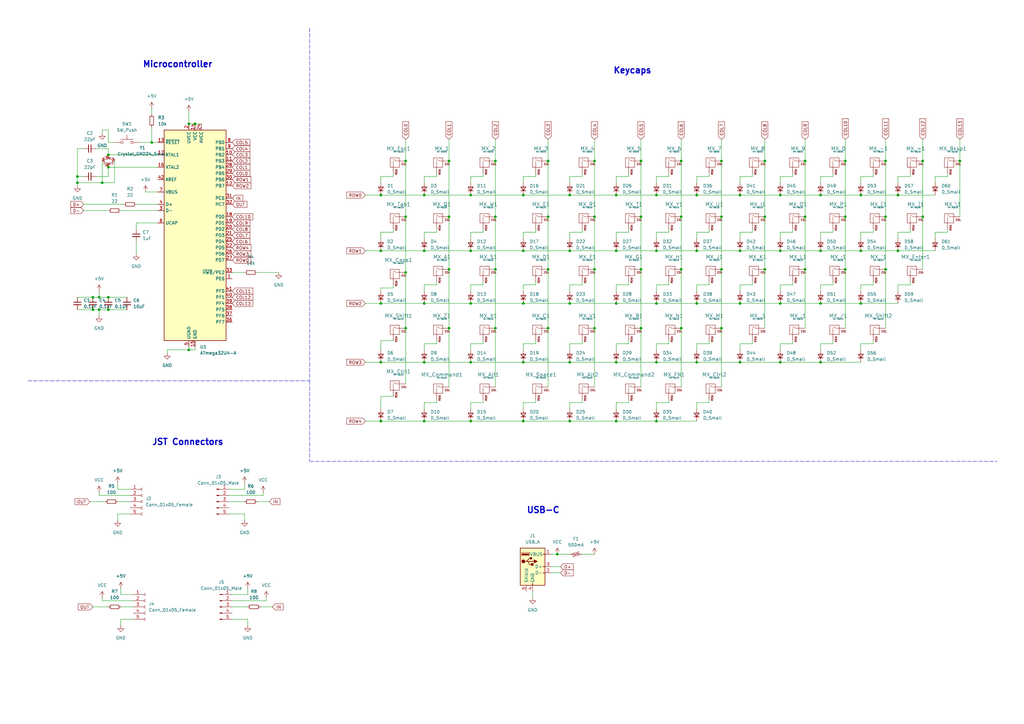
<source format=kicad_sch>
(kicad_sch (version 20211123) (generator eeschema)
  (paper "A3")
  (junction (at 269.24 124.46))
  (junction (at 156.21 172.72))
  (junction (at 233.68 148.59))
  (junction (at 184.15 110.49))
  (junction (at 38.1 127))
  (junction (at 279.4 88.9))
  (junction (at 214.63 80.01))
  (junction (at 62.23 58.42))
  (junction (at 368.3 102.87))
  (junction (at 262.89 110.49))
  (junction (at 44.45 68.58))
  (junction (at 224.79 110.49))
  (junction (at 243.84 88.9))
  (junction (at 77.47 143.51))
  (junction (at 233.68 102.87))
  (junction (at 346.71 110.49))
  (junction (at 295.91 66.04))
  (junction (at 184.15 134.62))
  (junction (at 193.04 102.87))
  (junction (at 269.24 80.01))
  (junction (at 279.4 110.49))
  (junction (at 336.55 102.87))
  (junction (at 203.2 134.62))
  (junction (at 269.24 102.87))
  (junction (at 243.84 110.49))
  (junction (at 353.06 124.46))
  (junction (at 363.22 110.49))
  (junction (at 295.91 110.49))
  (junction (at 252.73 172.72))
  (junction (at 330.2 66.04))
  (junction (at 166.37 66.04))
  (junction (at 41.91 74.93))
  (junction (at 193.04 148.59))
  (junction (at 44.45 63.5))
  (junction (at 224.79 88.9))
  (junction (at 233.68 172.72))
  (junction (at 233.68 124.46))
  (junction (at 353.06 80.01))
  (junction (at 336.55 124.46))
  (junction (at 214.63 172.72))
  (junction (at 368.3 80.01))
  (junction (at 262.89 134.62))
  (junction (at 173.99 124.46))
  (junction (at 203.2 110.49))
  (junction (at 243.84 134.62))
  (junction (at 346.71 88.9))
  (junction (at 214.63 102.87))
  (junction (at 224.79 66.04))
  (junction (at 214.63 148.59))
  (junction (at 295.91 88.9))
  (junction (at 173.99 80.01))
  (junction (at 320.04 148.59))
  (junction (at 269.24 172.72))
  (junction (at 252.73 124.46))
  (junction (at 31.75 74.93))
  (junction (at 173.99 102.87))
  (junction (at 193.04 124.46))
  (junction (at 320.04 80.01))
  (junction (at 303.53 102.87))
  (junction (at 203.2 88.9))
  (junction (at 252.73 148.59))
  (junction (at 214.63 124.46))
  (junction (at 303.53 148.59))
  (junction (at 320.04 102.87))
  (junction (at 363.22 88.9))
  (junction (at 285.75 124.46))
  (junction (at 252.73 102.87))
  (junction (at 336.55 148.59))
  (junction (at 31.75 72.39))
  (junction (at 40.64 121.92))
  (junction (at 243.84 66.04))
  (junction (at 252.73 80.01))
  (junction (at 228.6 227.33))
  (junction (at 184.15 66.04))
  (junction (at 269.24 148.59))
  (junction (at 156.21 124.46))
  (junction (at 262.89 66.04))
  (junction (at 44.45 121.92))
  (junction (at 156.21 102.87))
  (junction (at 393.7 66.04))
  (junction (at 173.99 172.72))
  (junction (at 303.53 124.46))
  (junction (at 303.53 80.01))
  (junction (at 313.69 110.49))
  (junction (at 203.2 66.04))
  (junction (at 77.47 50.8))
  (junction (at 173.99 148.59))
  (junction (at 193.04 172.72))
  (junction (at 285.75 102.87))
  (junction (at 378.46 88.9))
  (junction (at 166.37 111.76))
  (junction (at 378.46 66.04))
  (junction (at 363.22 66.04))
  (junction (at 330.2 88.9))
  (junction (at 193.04 80.01))
  (junction (at 295.91 134.62))
  (junction (at 336.55 80.01))
  (junction (at 166.37 88.9))
  (junction (at 80.01 50.8))
  (junction (at 313.69 66.04))
  (junction (at 40.64 127))
  (junction (at 285.75 148.59))
  (junction (at 330.2 110.49))
  (junction (at 233.68 80.01))
  (junction (at 313.69 88.9))
  (junction (at 156.21 80.01))
  (junction (at 320.04 124.46))
  (junction (at 224.79 134.62))
  (junction (at 38.1 121.92))
  (junction (at 166.37 134.62))
  (junction (at 279.4 66.04))
  (junction (at 156.21 148.59))
  (junction (at 184.15 88.9))
  (junction (at 353.06 102.87))
  (junction (at 44.45 127))
  (junction (at 262.89 88.9))
  (junction (at 279.4 134.62))
  (junction (at 346.71 66.04))
  (junction (at 285.75 80.01))
  (wire (pts (xy 383.54 97.79) (xy 383.54 95.25)))
  (wire (pts (xy 193.04 74.93) (xy 193.04 72.39)))
  (wire (pts (xy 257.81 140.97) (xy 257.81 139.7)))
  (wire (pts (xy 290.83 95.25) (xy 290.83 93.98)))
  (wire (pts (xy 358.14 116.84) (xy 358.14 115.57)))
  (wire (pts (xy 233.68 140.97) (xy 238.76 140.97)))
  (wire (pts (xy 363.22 110.49) (xy 363.22 134.62)))
  (wire (pts (xy 330.2 57.15) (xy 330.2 66.04)))
  (wire (pts (xy 149.86 102.87) (xy 156.21 102.87)))
  (wire (pts (xy 233.68 102.87) (xy 252.73 102.87)))
  (wire (pts (xy 193.04 72.39) (xy 198.12 72.39)))
  (wire (pts (xy 336.55 95.25) (xy 341.63 95.25)))
  (wire (pts (xy 252.73 74.93) (xy 252.73 72.39)))
  (wire (pts (xy 320.04 95.25) (xy 325.12 95.25)))
  (wire (pts (xy 173.99 148.59) (xy 193.04 148.59)))
  (wire (pts (xy 55.88 99.06) (xy 55.88 104.14)))
  (wire (pts (xy 179.07 140.97) (xy 179.07 139.7)))
  (wire (pts (xy 383.54 72.39) (xy 388.62 72.39)))
  (wire (pts (xy 219.71 165.1) (xy 219.71 163.83)))
  (wire (pts (xy 156.21 148.59) (xy 173.99 148.59)))
  (wire (pts (xy 173.99 172.72) (xy 193.04 172.72)))
  (wire (pts (xy 161.29 139.7) (xy 156.21 139.7)))
  (wire (pts (xy 161.29 95.25) (xy 161.29 93.98)))
  (wire (pts (xy 149.86 172.72) (xy 156.21 172.72)))
  (wire (pts (xy 238.76 140.97) (xy 238.76 139.7)))
  (wire (pts (xy 269.24 97.79) (xy 269.24 95.25)))
  (wire (pts (xy 179.07 72.39) (xy 179.07 71.12)))
  (wire (pts (xy 68.58 143.51) (xy 77.47 143.51)))
  (wire (pts (xy 325.12 72.39) (xy 325.12 71.12)))
  (wire (pts (xy 41.91 53.34) (xy 41.91 54.61)))
  (wire (pts (xy 285.75 165.1) (xy 290.83 165.1)))
  (wire (pts (xy 388.62 72.39) (xy 388.62 71.12)))
  (wire (pts (xy 285.75 167.64) (xy 285.75 165.1)))
  (wire (pts (xy 285.75 140.97) (xy 290.83 140.97)))
  (wire (pts (xy 44.45 127) (xy 52.07 127)))
  (wire (pts (xy 100.33 210.82) (xy 100.33 213.36)))
  (wire (pts (xy 184.15 57.15) (xy 184.15 66.04)))
  (wire (pts (xy 325.12 140.97) (xy 325.12 139.7)))
  (wire (pts (xy 214.63 97.79) (xy 214.63 95.25)))
  (polyline (pts (xy 127 11.43) (xy 127 156.21)))
  (wire (pts (xy 313.69 66.04) (xy 313.69 88.9)))
  (wire (pts (xy 80.01 50.8) (xy 82.55 50.8)))
  (wire (pts (xy 252.73 172.72) (xy 269.24 172.72)))
  (wire (pts (xy 320.04 140.97) (xy 325.12 140.97)))
  (wire (pts (xy 274.32 72.39) (xy 274.32 71.12)))
  (wire (pts (xy 330.2 110.49) (xy 330.2 134.62)))
  (wire (pts (xy 252.73 80.01) (xy 269.24 80.01)))
  (wire (pts (xy 353.06 97.79) (xy 353.06 95.25)))
  (wire (pts (xy 156.21 162.56) (xy 156.21 167.64)))
  (wire (pts (xy 269.24 72.39) (xy 274.32 72.39)))
  (wire (pts (xy 308.61 95.25) (xy 308.61 93.98)))
  (wire (pts (xy 179.07 165.1) (xy 179.07 163.83)))
  (wire (pts (xy 106.68 248.92) (xy 111.76 248.92)))
  (wire (pts (xy 285.75 102.87) (xy 303.53 102.87)))
  (wire (pts (xy 336.55 74.93) (xy 336.55 72.39)))
  (wire (pts (xy 64.77 91.44) (xy 55.88 91.44)))
  (wire (pts (xy 303.53 119.38) (xy 303.53 116.84)))
  (wire (pts (xy 193.04 165.1) (xy 198.12 165.1)))
  (wire (pts (xy 44.45 63.5) (xy 64.77 63.5)))
  (wire (pts (xy 193.04 172.72) (xy 214.63 172.72)))
  (wire (pts (xy 233.68 116.84) (xy 238.76 116.84)))
  (wire (pts (xy 48.26 200.66) (xy 53.34 200.66)))
  (wire (pts (xy 353.06 102.87) (xy 368.3 102.87)))
  (wire (pts (xy 49.53 241.3) (xy 49.53 243.84)))
  (wire (pts (xy 308.61 72.39) (xy 308.61 71.12)))
  (wire (pts (xy 39.37 60.96) (xy 44.45 60.96)))
  (wire (pts (xy 214.63 95.25) (xy 219.71 95.25)))
  (wire (pts (xy 358.14 95.25) (xy 358.14 93.98)))
  (wire (pts (xy 303.53 95.25) (xy 308.61 95.25)))
  (wire (pts (xy 313.69 110.49) (xy 313.69 134.62)))
  (wire (pts (xy 214.63 124.46) (xy 233.68 124.46)))
  (wire (pts (xy 368.3 97.79) (xy 368.3 95.25)))
  (wire (pts (xy 34.29 83.82) (xy 50.8 83.82)))
  (wire (pts (xy 48.26 198.12) (xy 48.26 200.66)))
  (wire (pts (xy 383.54 95.25) (xy 388.62 95.25)))
  (wire (pts (xy 383.54 74.93) (xy 383.54 72.39)))
  (wire (pts (xy 378.46 88.9) (xy 378.46 110.49)))
  (wire (pts (xy 368.3 119.38) (xy 368.3 116.84)))
  (wire (pts (xy 243.84 134.62) (xy 243.84 158.75)))
  (wire (pts (xy 290.83 140.97) (xy 290.83 139.7)))
  (wire (pts (xy 193.04 97.79) (xy 193.04 95.25)))
  (wire (pts (xy 285.75 119.38) (xy 285.75 116.84)))
  (wire (pts (xy 224.79 110.49) (xy 224.79 134.62)))
  (wire (pts (xy 184.15 88.9) (xy 184.15 110.49)))
  (wire (pts (xy 193.04 116.84) (xy 198.12 116.84)))
  (wire (pts (xy 193.04 102.87) (xy 214.63 102.87)))
  (wire (pts (xy 368.3 116.84) (xy 373.38 116.84)))
  (wire (pts (xy 358.14 72.39) (xy 358.14 71.12)))
  (wire (pts (xy 303.53 116.84) (xy 308.61 116.84)))
  (wire (pts (xy 303.53 97.79) (xy 303.53 95.25)))
  (wire (pts (xy 109.22 246.38) (xy 95.25 246.38)))
  (wire (pts (xy 31.75 127) (xy 38.1 127)))
  (wire (pts (xy 68.58 144.78) (xy 68.58 143.51)))
  (wire (pts (xy 368.3 80.01) (xy 383.54 80.01)))
  (wire (pts (xy 353.06 119.38) (xy 353.06 116.84)))
  (wire (pts (xy 285.75 80.01) (xy 303.53 80.01)))
  (wire (pts (xy 353.06 140.97) (xy 358.14 140.97)))
  (wire (pts (xy 173.99 119.38) (xy 173.99 116.84)))
  (wire (pts (xy 336.55 102.87) (xy 353.06 102.87)))
  (wire (pts (xy 257.81 165.1) (xy 257.81 163.83)))
  (wire (pts (xy 193.04 140.97) (xy 198.12 140.97)))
  (wire (pts (xy 238.76 227.33) (xy 243.84 227.33)))
  (wire (pts (xy 243.84 88.9) (xy 243.84 110.49)))
  (wire (pts (xy 285.75 72.39) (xy 290.83 72.39)))
  (wire (pts (xy 252.73 165.1) (xy 257.81 165.1)))
  (wire (pts (xy 233.68 172.72) (xy 252.73 172.72)))
  (wire (pts (xy 219.71 72.39) (xy 219.71 71.12)))
  (wire (pts (xy 44.45 121.92) (xy 52.07 121.92)))
  (wire (pts (xy 262.89 66.04) (xy 262.89 88.9)))
  (wire (pts (xy 325.12 116.84) (xy 325.12 115.57)))
  (wire (pts (xy 173.99 80.01) (xy 193.04 80.01)))
  (wire (pts (xy 184.15 66.04) (xy 184.15 88.9)))
  (wire (pts (xy 238.76 116.84) (xy 238.76 115.57)))
  (wire (pts (xy 36.83 205.74) (xy 43.18 205.74)))
  (wire (pts (xy 214.63 148.59) (xy 233.68 148.59)))
  (wire (pts (xy 363.22 57.15) (xy 363.22 66.04)))
  (wire (pts (xy 353.06 95.25) (xy 358.14 95.25)))
  (wire (pts (xy 105.41 205.74) (xy 110.49 205.74)))
  (wire (pts (xy 203.2 134.62) (xy 203.2 158.75)))
  (wire (pts (xy 40.64 203.2) (xy 53.34 203.2)))
  (wire (pts (xy 285.75 143.51) (xy 285.75 140.97)))
  (wire (pts (xy 101.6 243.84) (xy 95.25 243.84)))
  (wire (pts (xy 193.04 167.64) (xy 193.04 165.1)))
  (wire (pts (xy 214.63 74.93) (xy 214.63 72.39)))
  (wire (pts (xy 156.21 102.87) (xy 173.99 102.87)))
  (wire (pts (xy 269.24 124.46) (xy 285.75 124.46)))
  (polyline (pts (xy 127 189.23) (xy 408.94 189.23)))
  (wire (pts (xy 285.75 97.79) (xy 285.75 95.25)))
  (wire (pts (xy 303.53 102.87) (xy 320.04 102.87)))
  (wire (pts (xy 173.99 124.46) (xy 193.04 124.46)))
  (wire (pts (xy 214.63 72.39) (xy 219.71 72.39)))
  (wire (pts (xy 219.71 95.25) (xy 219.71 93.98)))
  (wire (pts (xy 313.69 57.15) (xy 313.69 66.04)))
  (wire (pts (xy 262.89 57.15) (xy 262.89 66.04)))
  (wire (pts (xy 252.73 95.25) (xy 257.81 95.25)))
  (wire (pts (xy 243.84 66.04) (xy 243.84 88.9)))
  (wire (pts (xy 203.2 66.04) (xy 203.2 88.9)))
  (wire (pts (xy 193.04 80.01) (xy 214.63 80.01)))
  (wire (pts (xy 44.45 68.58) (xy 64.77 68.58)))
  (wire (pts (xy 269.24 102.87) (xy 285.75 102.87)))
  (wire (pts (xy 353.06 124.46) (xy 368.3 124.46)))
  (wire (pts (xy 100.33 200.66) (xy 93.98 200.66)))
  (wire (pts (xy 233.68 148.59) (xy 252.73 148.59)))
  (wire (pts (xy 173.99 143.51) (xy 173.99 140.97)))
  (wire (pts (xy 198.12 165.1) (xy 198.12 163.83)))
  (wire (pts (xy 252.73 143.51) (xy 252.73 140.97)))
  (wire (pts (xy 173.99 95.25) (xy 179.07 95.25)))
  (wire (pts (xy 279.4 134.62) (xy 279.4 158.75)))
  (wire (pts (xy 95.25 248.92) (xy 101.6 248.92)))
  (wire (pts (xy 252.73 72.39) (xy 257.81 72.39)))
  (wire (pts (xy 274.32 140.97) (xy 274.32 139.7)))
  (wire (pts (xy 173.99 97.79) (xy 173.99 95.25)))
  (wire (pts (xy 303.53 143.51) (xy 303.53 140.97)))
  (wire (pts (xy 105.41 111.76) (xy 114.3 111.76)))
  (wire (pts (xy 295.91 88.9) (xy 295.91 110.49)))
  (wire (pts (xy 320.04 72.39) (xy 325.12 72.39)))
  (wire (pts (xy 330.2 66.04) (xy 330.2 88.9)))
  (wire (pts (xy 80.01 143.51) (xy 80.01 142.24)))
  (wire (pts (xy 31.75 74.93) (xy 31.75 76.2)))
  (wire (pts (xy 40.64 119.38) (xy 40.64 121.92)))
  (wire (pts (xy 274.32 95.25) (xy 274.32 93.98)))
  (wire (pts (xy 41.91 245.11) (xy 41.91 246.38)))
  (wire (pts (xy 233.68 80.01) (xy 252.73 80.01)))
  (wire (pts (xy 226.06 232.41) (xy 229.87 232.41)))
  (wire (pts (xy 295.91 134.62) (xy 295.91 158.75)))
  (wire (pts (xy 269.24 172.72) (xy 285.75 172.72)))
  (wire (pts (xy 62.23 52.07) (xy 62.23 58.42)))
  (wire (pts (xy 166.37 88.9) (xy 166.37 111.76)))
  (wire (pts (xy 279.4 110.49) (xy 279.4 134.62)))
  (wire (pts (xy 49.53 86.36) (xy 64.77 86.36)))
  (wire (pts (xy 238.76 165.1) (xy 238.76 163.83)))
  (wire (pts (xy 41.91 74.93) (xy 31.75 74.93)))
  (wire (pts (xy 295.91 110.49) (xy 295.91 134.62)))
  (wire (pts (xy 214.63 167.64) (xy 214.63 165.1)))
  (wire (pts (xy 48.26 205.74) (xy 53.34 205.74)))
  (wire (pts (xy 41.91 246.38) (xy 54.61 246.38)))
  (wire (pts (xy 161.29 72.39) (xy 161.29 71.12)))
  (wire (pts (xy 38.1 127) (xy 40.64 127)))
  (wire (pts (xy 320.04 143.51) (xy 320.04 140.97)))
  (wire (pts (xy 336.55 148.59) (xy 353.06 148.59)))
  (wire (pts (xy 233.68 124.46) (xy 252.73 124.46)))
  (wire (pts (xy 193.04 95.25) (xy 198.12 95.25)))
  (wire (pts (xy 219.71 116.84) (xy 219.71 115.57)))
  (wire (pts (xy 156.21 139.7) (xy 156.21 143.51)))
  (wire (pts (xy 274.32 116.84) (xy 274.32 115.57)))
  (wire (pts (xy 303.53 124.46) (xy 320.04 124.46)))
  (wire (pts (xy 203.2 57.15) (xy 203.2 66.04)))
  (wire (pts (xy 203.2 110.49) (xy 203.2 134.62)))
  (wire (pts (xy 269.24 140.97) (xy 274.32 140.97)))
  (wire (pts (xy 274.32 165.1) (xy 274.32 163.83)))
  (wire (pts (xy 308.61 116.84) (xy 308.61 115.57)))
  (wire (pts (xy 325.12 95.25) (xy 325.12 93.98)))
  (wire (pts (xy 107.95 201.93) (xy 107.95 203.2)))
  (wire (pts (xy 214.63 119.38) (xy 214.63 116.84)))
  (wire (pts (xy 214.63 116.84) (xy 219.71 116.84)))
  (wire (pts (xy 161.29 162.56) (xy 156.21 162.56)))
  (wire (pts (xy 44.45 53.34) (xy 41.91 53.34)))
  (wire (pts (xy 303.53 74.93) (xy 303.53 72.39)))
  (wire (pts (xy 320.04 80.01) (xy 336.55 80.01)))
  (wire (pts (xy 156.21 80.01) (xy 173.99 80.01)))
  (wire (pts (xy 224.79 88.9) (xy 224.79 110.49)))
  (wire (pts (xy 156.21 172.72) (xy 173.99 172.72)))
  (wire (pts (xy 320.04 74.93) (xy 320.04 72.39)))
  (wire (pts (xy 34.29 60.96) (xy 31.75 60.96)))
  (wire (pts (xy 257.81 116.84) (xy 257.81 115.57)))
  (wire (pts (xy 173.99 167.64) (xy 173.99 165.1)))
  (wire (pts (xy 257.81 72.39) (xy 257.81 71.12)))
  (wire (pts (xy 233.68 74.93) (xy 233.68 72.39)))
  (wire (pts (xy 290.83 116.84) (xy 290.83 115.57)))
  (wire (pts (xy 100.33 198.12) (xy 100.33 200.66)))
  (wire (pts (xy 226.06 227.33) (xy 228.6 227.33)))
  (wire (pts (xy 330.2 88.9) (xy 330.2 110.49)))
  (wire (pts (xy 101.6 254) (xy 101.6 256.54)))
  (wire (pts (xy 214.63 172.72) (xy 233.68 172.72)))
  (wire (pts (xy 39.37 72.39) (xy 44.45 72.39)))
  (wire (pts (xy 285.75 74.93) (xy 285.75 72.39)))
  (wire (pts (xy 269.24 119.38) (xy 269.24 116.84)))
  (wire (pts (xy 336.55 72.39) (xy 341.63 72.39)))
  (wire (pts (xy 252.73 119.38) (xy 252.73 116.84)))
  (wire (pts (xy 59.69 78.74) (xy 64.77 78.74)))
  (wire (pts (xy 363.22 88.9) (xy 363.22 110.49)))
  (wire (pts (xy 193.04 148.59) (xy 214.63 148.59)))
  (wire (pts (xy 336.55 116.84) (xy 341.63 116.84)))
  (wire (pts (xy 233.68 72.39) (xy 238.76 72.39)))
  (wire (pts (xy 341.63 72.39) (xy 341.63 71.12)))
  (wire (pts (xy 295.91 66.04) (xy 295.91 88.9)))
  (wire (pts (xy 156.21 97.79) (xy 156.21 95.25)))
  (wire (pts (xy 353.06 72.39) (xy 358.14 72.39)))
  (wire (pts (xy 193.04 124.46) (xy 214.63 124.46)))
  (wire (pts (xy 320.04 102.87) (xy 336.55 102.87)))
  (wire (pts (xy 353.06 143.51) (xy 353.06 140.97)))
  (wire (pts (xy 341.63 116.84) (xy 341.63 115.57)))
  (wire (pts (xy 233.68 143.51) (xy 233.68 140.97)))
  (wire (pts (xy 346.71 66.04) (xy 346.71 88.9)))
  (wire (pts (xy 31.75 72.39) (xy 31.75 74.93)))
  (wire (pts (xy 62.23 44.45) (xy 62.23 46.99)))
  (wire (pts (xy 31.75 60.96) (xy 31.75 72.39)))
  (wire (pts (xy 252.73 167.64) (xy 252.73 165.1)))
  (wire (pts (xy 279.4 88.9) (xy 279.4 110.49)))
  (wire (pts (xy 341.63 140.97) (xy 341.63 139.7)))
  (wire (pts (xy 38.1 121.92) (xy 40.64 121.92)))
  (wire (pts (xy 193.04 143.51) (xy 193.04 140.97)))
  (wire (pts (xy 393.7 66.04) (xy 393.7 88.9)))
  (wire (pts (xy 285.75 148.59) (xy 303.53 148.59)))
  (wire (pts (xy 358.14 140.97) (xy 358.14 139.7)))
  (wire (pts (xy 173.99 116.84) (xy 179.07 116.84)))
  (wire (pts (xy 238.76 72.39) (xy 238.76 71.12)))
  (wire (pts (xy 252.73 97.79) (xy 252.73 95.25)))
  (wire (pts (xy 173.99 165.1) (xy 179.07 165.1)))
  (wire (pts (xy 279.4 57.15) (xy 279.4 66.04)))
  (wire (pts (xy 233.68 165.1) (xy 238.76 165.1)))
  (wire (pts (xy 161.29 116.84) (xy 161.29 118.11)))
  (wire (pts (xy 156.21 72.39) (xy 161.29 72.39)))
  (wire (pts (xy 378.46 57.15) (xy 378.46 66.04)))
  (wire (pts (xy 378.46 66.04) (xy 378.46 88.9)))
  (wire (pts (xy 101.6 241.3) (xy 101.6 243.84)))
  (wire (pts (xy 93.98 210.82) (xy 100.33 210.82)))
  (wire (pts (xy 262.89 110.49) (xy 262.89 134.62)))
  (wire (pts (xy 49.53 243.84) (xy 54.61 243.84)))
  (wire (pts (xy 295.91 57.15) (xy 295.91 66.04)))
  (wire (pts (xy 40.64 127) (xy 40.64 129.54)))
  (wire (pts (xy 173.99 102.87) (xy 193.04 102.87)))
  (wire (pts (xy 109.22 245.11) (xy 109.22 246.38)))
  (wire (pts (xy 336.55 143.51) (xy 336.55 140.97)))
  (wire (pts (xy 77.47 45.72) (xy 77.47 50.8)))
  (wire (pts (xy 214.63 80.01) (xy 233.68 80.01)))
  (wire (pts (xy 373.38 116.84) (xy 373.38 115.57)))
  (wire (pts (xy 393.7 57.15) (xy 393.7 66.04)))
  (wire (pts (xy 198.12 95.25) (xy 198.12 93.98)))
  (wire (pts (xy 40.64 127) (xy 44.45 127)))
  (wire (pts (xy 214.63 165.1) (xy 219.71 165.1)))
  (wire (pts (xy 252.73 140.97) (xy 257.81 140.97)))
  (wire (pts (xy 40.64 201.93) (xy 40.64 203.2)))
  (wire (pts (xy 156.21 124.46) (xy 173.99 124.46)))
  (wire (pts (xy 77.47 142.24) (xy 77.47 143.51)))
  (polyline (pts (xy 11.43 156.21) (xy 127 156.21)))
  (wire (pts (xy 320.04 116.84) (xy 325.12 116.84)))
  (wire (pts (xy 95.25 254) (xy 101.6 254)))
  (wire (pts (xy 303.53 80.01) (xy 320.04 80.01)))
  (wire (pts (xy 252.73 148.59) (xy 269.24 148.59)))
  (wire (pts (xy 44.45 58.42) (xy 44.45 53.34)))
  (wire (pts (xy 243.84 110.49) (xy 243.84 134.62)))
  (wire (pts (xy 173.99 140.97) (xy 179.07 140.97)))
  (wire (pts (xy 262.89 134.62) (xy 262.89 158.75)))
  (wire (pts (xy 336.55 140.97) (xy 341.63 140.97)))
  (wire (pts (xy 77.47 143.51) (xy 80.01 143.51)))
  (wire (pts (xy 218.44 242.57) (xy 218.44 245.11)))
  (wire (pts (xy 252.73 116.84) (xy 257.81 116.84)))
  (wire (pts (xy 233.68 97.79) (xy 233.68 95.25)))
  (wire (pts (xy 198.12 72.39) (xy 198.12 71.12)))
  (wire (pts (xy 269.24 148.59) (xy 285.75 148.59)))
  (wire (pts (xy 95.25 111.76) (xy 100.33 111.76)))
  (wire (pts (xy 46.99 74.93) (xy 41.91 74.93)))
  (wire (pts (xy 166.37 134.62) (xy 166.37 157.48)))
  (wire (pts (xy 226.06 234.95) (xy 229.87 234.95)))
  (wire (pts (xy 320.04 119.38) (xy 320.04 116.84)))
  (wire (pts (xy 198.12 116.84) (xy 198.12 115.57)))
  (wire (pts (xy 214.63 102.87) (xy 233.68 102.87)))
  (wire (pts (xy 279.4 66.04) (xy 279.4 88.9)))
  (wire (pts (xy 336.55 124.46) (xy 353.06 124.46)))
  (wire (pts (xy 269.24 116.84) (xy 274.32 116.84)))
  (wire (pts (xy 166.37 66.04) (xy 166.37 88.9)))
  (wire (pts (xy 224.79 134.62) (xy 224.79 158.75)))
  (wire (pts (xy 166.37 111.76) (xy 166.37 134.62)))
  (wire (pts (xy 41.91 66.04) (xy 41.91 74.93)))
  (wire (pts (xy 269.24 80.01) (xy 285.75 80.01)))
  (wire (pts (xy 38.1 248.92) (xy 44.45 248.92)))
  (wire (pts (xy 31.75 72.39) (xy 34.29 72.39)))
  (wire (pts (xy 49.53 254) (xy 49.53 256.54)))
  (wire (pts (xy 228.6 227.33) (xy 233.68 227.33)))
  (wire (pts (xy 269.24 143.51) (xy 269.24 140.97)))
  (wire (pts (xy 149.86 124.46) (xy 156.21 124.46)))
  (wire (pts (xy 233.68 167.64) (xy 233.68 165.1)))
  (wire (pts (xy 53.34 210.82) (xy 48.26 210.82)))
  (wire (pts (xy 156.21 95.25) (xy 161.29 95.25)))
  (wire (pts (xy 346.71 57.15) (xy 346.71 66.04)))
  (wire (pts (xy 184.15 110.49) (xy 184.15 134.62)))
  (wire (pts (xy 49.53 248.92) (xy 54.61 248.92)))
  (wire (pts (xy 55.88 83.82) (xy 64.77 83.82)))
  (wire (pts (xy 233.68 95.25) (xy 238.76 95.25)))
  (wire (pts (xy 290.83 165.1) (xy 290.83 163.83)))
  (wire (pts (xy 48.26 210.82) (xy 48.26 213.36)))
  (wire (pts (xy 173.99 72.39) (xy 179.07 72.39)))
  (wire (pts (xy 252.73 102.87) (xy 269.24 102.87)))
  (wire (pts (xy 184.15 134.62) (xy 184.15 158.75)))
  (wire (pts (xy 388.62 95.25) (xy 388.62 93.98)))
  (wire (pts (xy 290.83 72.39) (xy 290.83 71.12)))
  (wire (pts (xy 203.2 88.9) (xy 203.2 110.49)))
  (wire (pts (xy 368.3 102.87) (xy 383.54 102.87)))
  (wire (pts (xy 353.06 80.01) (xy 368.3 80.01)))
  (wire (pts (xy 269.24 167.64) (xy 269.24 165.1)))
  (wire (pts (xy 224.79 66.04) (xy 224.79 88.9)))
  (wire (pts (xy 46.99 66.04) (xy 46.99 74.93)))
  (wire (pts (xy 93.98 205.74) (xy 100.33 205.74)))
  (wire (pts (xy 243.84 57.15) (xy 243.84 66.04)))
  (wire (pts (xy 341.63 95.25) (xy 341.63 93.98)))
  (wire (pts (xy 368.3 72.39) (xy 373.38 72.39)))
  (wire (pts (xy 320.04 148.59) (xy 336.55 148.59)))
  (wire (pts (xy 373.38 95.25) (xy 373.38 93.98)))
  (wire (pts (xy 308.61 140.97) (xy 308.61 139.7)))
  (wire (pts (xy 161.29 118.11) (xy 156.21 118.11)))
  (wire (pts (xy 149.86 80.01) (xy 156.21 80.01)))
  (wire (pts (xy 149.86 148.59) (xy 156.21 148.59)))
  (wire (pts (xy 269.24 74.93) (xy 269.24 72.39)))
  (wire (pts (xy 257.81 95.25) (xy 257.81 93.98)))
  (wire (pts (xy 303.53 148.59) (xy 320.04 148.59)))
  (wire (pts (xy 285.75 124.46) (xy 303.53 124.46)))
  (wire (pts (xy 179.07 116.84) (xy 179.07 115.57)))
  (wire (pts (xy 34.29 86.36) (xy 44.45 86.36)))
  (wire (pts (xy 353.06 116.84) (xy 358.14 116.84)))
  (wire (pts (xy 54.61 254) (xy 49.53 254)))
  (wire (pts (xy 336.55 97.79) (xy 336.55 95.25)))
  (wire (pts (xy 224.79 57.15) (xy 224.79 66.04)))
  (wire (pts (xy 233.68 119.38) (xy 233.68 116.84)))
  (wire (pts (xy 303.53 140.97) (xy 308.61 140.97)))
  (wire (pts (xy 269.24 95.25) (xy 274.32 95.25)))
  (wire (pts (xy 214.63 143.51) (xy 214.63 140.97)))
  (wire (pts (xy 313.69 88.9) (xy 313.69 110.49)))
  (wire (pts (xy 346.71 110.49) (xy 346.71 134.62)))
  (wire (pts (xy 219.71 140.97) (xy 219.71 139.7)))
  (wire (pts (xy 179.07 95.25) (xy 179.07 93.98)))
  (wire (pts (xy 193.04 119.38) (xy 193.04 116.84)))
  (wire (pts (xy 44.45 60.96) (xy 44.45 63.5)))
  (wire (pts (xy 44.45 72.39) (xy 44.45 68.58)))
  (wire (pts (xy 368.3 95.25) (xy 373.38 95.25)))
  (wire (pts (xy 303.53 72.39) (xy 308.61 72.39)))
  (wire (pts (xy 320.04 97.79) (xy 320.04 95.25)))
  (wire (pts (xy 46.99 58.42) (xy 44.45 58.42)))
  (wire (pts (xy 252.73 124.46) (xy 269.24 124.46)))
  (wire (pts (xy 214.63 140.97) (xy 219.71 140.97)))
  (wire (pts (xy 285.75 116.84) (xy 290.83 116.84)))
  (wire (pts (xy 40.64 121.92) (xy 44.45 121.92)))
  (polyline (pts (xy 127 156.21) (xy 127 189.23)))
  (wire (pts (xy 156.21 74.93) (xy 156.21 72.39)))
  (wire (pts (xy 368.3 74.93) (xy 368.3 72.39)))
  (wire (pts (xy 62.23 58.42) (xy 64.77 58.42)))
  (wire (pts (xy 353.06 74.93) (xy 353.06 72.39)))
  (wire (pts (xy 166.37 57.15) (xy 166.37 66.04)))
  (wire (pts (xy 285.75 95.25) (xy 290.83 95.25)))
  (wire (pts (xy 198.12 140.97) (xy 198.12 139.7)))
  (wire (pts (xy 320.04 124.46) (xy 336.55 124.46)))
  (wire (pts (xy 336.55 80.01) (xy 353.06 80.01)))
  (wire (pts (xy 238.76 95.25) (xy 238.76 93.98)))
  (wire (pts (xy 57.15 58.42) (xy 62.23 58.42)))
  (wire (pts (xy 373.38 72.39) (xy 373.38 71.12)))
  (wire (pts (xy 346.71 88.9) (xy 346.71 110.49)))
  (wire (pts (xy 107.95 203.2) (xy 93.98 203.2)))
  (wire (pts (xy 173.99 74.93) (xy 173.99 72.39)))
  (wire (pts (xy 363.22 66.04) (xy 363.22 88.9)))
  (wire (pts (xy 156.21 118.11) (xy 156.21 119.38)))
  (wire (pts (xy 262.89 88.9) (xy 262.89 110.49)))
  (wire (pts (xy 336.55 119.38) (xy 336.55 116.84)))
  (wire (pts (xy 77.47 50.8) (xy 80.01 50.8)))
  (wire (pts (xy 269.24 165.1) (xy 274.32 165.1)))
  (wire (pts (xy 31.75 121.92) (xy 38.1 121.92)))
  (wire (pts (xy 55.88 91.44) (xy 55.88 93.98)))
  (text "USB-C" (at 215.9 210.82 0) (effects (font (size 2.5 2.5) bold) (justify left bottom)))
  (text "Keycaps" (at 251.46 30.48 0) (effects (font (size 2.5 2.5) bold) (justify left bottom)))
  (text "JST Connectors" (at 62.23 182.88 0) (effects (font (size 2.5 2.5) bold) (justify left bottom)))
  (text "Microcontroller" (at 58.42 27.94 0) (effects (font (size 2.5 2.5) (thickness 0.5) bold) (justify left bottom)))
  (global_label "ROW1" (shape input) (at 95.25 73.66 0) (property "Intersheet References" "${INTERSHEET_REFS}" (effects hide)))
  (global_label "OUT" (shape input) (at 95.25 83.82 0) (property "Intersheet References" "${INTERSHEET_REFS}" (effects hide)))
  (global_label "COL5" (shape input) (at 262.89 57.15 90) (property "Intersheet References" "${INTERSHEET_REFS}" (effects hide)))
  (global_label "COL9" (shape input) (at 330.2 57.15 90) (property "Intersheet References" "${INTERSHEET_REFS}" (effects hide)))
  (global_label "COL12" (shape input) (at 378.46 57.15 90) (property "Intersheet References" "${INTERSHEET_REFS}" (effects hide)))
  (global_label "COL3" (shape input) (at 95.25 63.5 0) (property "Intersheet References" "${INTERSHEET_REFS}" (effects hide)))
  (global_label "COL2" (shape input) (at 95.25 66.04 0) (property "Intersheet References" "${INTERSHEET_REFS}" (effects hide)))
  (global_label "OUT" (shape input) (at 36.83 205.74 180) (property "Intersheet References" "${INTERSHEET_REFS}" (effects hide)))
  (global_label "COL11" (shape input) (at 363.22 57.15 90) (property "Intersheet References" "${INTERSHEET_REFS}" (effects hide)))
  (global_label "COL8" (shape input) (at 95.25 93.98 0) (property "Intersheet References" "${INTERSHEET_REFS}" (effects hide)))
  (global_label "ROW3" (shape input) (at 149.86 148.59 180) (property "Intersheet References" "${INTERSHEET_REFS}" (effects hide)))
  (global_label "COL6" (shape input) (at 279.4 57.15 90) (property "Intersheet References" "${INTERSHEET_REFS}" (effects hide)))
  (global_label "COL1" (shape input) (at 95.25 68.58 0) (property "Intersheet References" "${INTERSHEET_REFS}" (effects hide)))
  (global_label "COL10" (shape input) (at 95.25 88.9 0) (property "Intersheet References" "${INTERSHEET_REFS}" (effects hide)))
  (global_label "ROW4" (shape input) (at 149.86 172.72 180) (property "Intersheet References" "${INTERSHEET_REFS}" (effects hide)))
  (global_label "COL8" (shape input) (at 313.69 57.15 90) (property "Intersheet References" "${INTERSHEET_REFS}" (effects hide)))
  (global_label "D+" (shape input) (at 229.87 232.41 0) (property "Intersheet References" "${INTERSHEET_REFS}" (effects hide)))
  (global_label "COL9" (shape input) (at 95.25 91.44 0) (property "Intersheet References" "${INTERSHEET_REFS}" (effects hide)))
  (global_label "COL12" (shape input) (at 95.25 121.92 0) (property "Intersheet References" "${INTERSHEET_REFS}" (effects hide)))
  (global_label "COL3" (shape input) (at 224.79 57.15 90) (property "Intersheet References" "${INTERSHEET_REFS}" (effects hide)))
  (global_label "COL7" (shape input) (at 95.25 96.52 0) (property "Intersheet References" "${INTERSHEET_REFS}" (effects hide)))
  (global_label "COL4" (shape input) (at 95.25 60.96 0) (property "Intersheet References" "${INTERSHEET_REFS}" (effects hide)))
  (global_label "COL4" (shape input) (at 243.84 57.15 90) (property "Intersheet References" "${INTERSHEET_REFS}" (effects hide)))
  (global_label "COL10" (shape input) (at 346.71 57.15 90) (property "Intersheet References" "${INTERSHEET_REFS}" (effects hide)))
  (global_label "COL1" (shape input) (at 184.15 57.15 90) (property "Intersheet References" "${INTERSHEET_REFS}" (effects hide)))
  (global_label "COL13" (shape input) (at 393.7 57.15 90) (property "Intersheet References" "${INTERSHEET_REFS}" (effects hide)))
  (global_label "OUT" (shape input) (at 38.1 248.92 180) (property "Intersheet References" "${INTERSHEET_REFS}" (effects hide)))
  (global_label "COL11" (shape input) (at 95.25 119.38 0) (property "Intersheet References" "${INTERSHEET_REFS}" (effects hide)))
  (global_label "COL2" (shape input) (at 203.2 57.15 90) (property "Intersheet References" "${INTERSHEET_REFS}" (effects hide)))
  (global_label "COL7" (shape input) (at 295.91 57.15 90) (property "Intersheet References" "${INTERSHEET_REFS}" (effects hide)))
  (global_label "ROW0" (shape input) (at 95.25 106.68 0) (property "Intersheet References" "${INTERSHEET_REFS}" (effects hide)))
  (global_label "ROW3" (shape input) (at 95.25 104.14 0) (property "Intersheet References" "${INTERSHEET_REFS}" (effects hide)))
  (global_label "ROW0" (shape input) (at 149.86 80.01 180) (property "Intersheet References" "${INTERSHEET_REFS}" (effects hide)))
  (global_label "D-" (shape input) (at 34.29 86.36 180) (property "Intersheet References" "${INTERSHEET_REFS}" (effects hide)))
  (global_label "IN" (shape input) (at 95.25 81.28 0) (property "Intersheet References" "${INTERSHEET_REFS}" (effects hide)))
  (global_label "ROW2" (shape input) (at 95.25 76.2 0) (property "Intersheet References" "${INTERSHEET_REFS}" (effects hide)))
  (global_label "IN" (shape input) (at 111.76 248.92 0) (property "Intersheet References" "${INTERSHEET_REFS}" (effects hide)))
  (global_label "D+" (shape input) (at 34.29 83.82 180) (property "Intersheet References" "${INTERSHEET_REFS}" (effects hide)))
  (global_label "COL0" (shape input) (at 95.25 71.12 0) (property "Intersheet References" "${INTERSHEET_REFS}" (effects hide)))
  (global_label "D-" (shape input) (at 229.87 234.95 0) (property "Intersheet References" "${INTERSHEET_REFS}" (effects hide)))
  (global_label "ROW2" (shape input) (at 149.86 124.46 180) (property "Intersheet References" "${INTERSHEET_REFS}" (effects hide)))
  (global_label "COL13" (shape input) (at 95.25 124.46 0) (property "Intersheet References" "${INTERSHEET_REFS}" (effects hide)))
  (global_label "IN" (shape input) (at 110.49 205.74 0) (property "Intersheet References" "${INTERSHEET_REFS}" (effects hide)))
  (global_label "COL0" (shape input) (at 166.37 57.15 90) (property "Intersheet References" "${INTERSHEET_REFS}" (effects hide)))
  (global_label "COL6" (shape input) (at 95.25 99.06 0) (property "Intersheet References" "${INTERSHEET_REFS}" (effects hide)))
  (global_label "COL5" (shape input) (at 95.25 58.42 0) (property "Intersheet References" "${INTERSHEET_REFS}" (effects hide)))
  (global_label "ROW1" (shape input) (at 149.86 102.87 180) (property "Intersheet References" "${INTERSHEET_REFS}" (effects hide)))
  (global_label "ROW4" (shape input) (at 95.25 101.6 0) (property "Intersheet References" "${INTERSHEET_REFS}" (effects hide)))
  (symbol (lib_id "Device:D_Small") (at 383.54 100.33 90) (unit 1)
    (property "Reference" "D61" (at 386.08 99.0599 90) (effects (justify right)))
    (property "Value" "D_Small" (at 386.08 101.5999 90) (effects (justify right)))
    (property "Footprint" "Diode_SMD:D_SOD-123" (effects hide))
  )
  (symbol (lib_id "power:GND") (at 31.75 76.2 0) (unit 1)
    (property "Reference" "#PWR0106" (effects hide))
    (property "Value" "GND" (at 31.75 81.28 0))
  )
  (symbol (lib_id "MX_Alps_Hybrid:MX-NoLED") (at 259.08 90.17 0) (unit 1)
    (property "Reference" "MX_T1" (at 259.9656 83.82 0) (effects (font (size 1.524 1.524))))
    (property "Value" "MX-NoLED" (at 259.9656 85.09 0) (effects (font (size 0.508 0.508))))
    (property "Footprint" "MX_Alps_Hybrid:MX-1U-NoLED" (effects hide))
  )
  (symbol (lib_id "Device:D_Small") (at 285.75 121.92 90) (unit 1)
    (property "Reference" "D38" (at 288.29 120.6499 90) (effects (justify right)))
    (property "Value" "D_Small" (at 288.29 123.1899 90) (effects (justify right)))
    (property "Footprint" "Diode_SMD:D_SOD-123" (effects hide))
  )
  (symbol (lib_id "MX_Alps_Hybrid:MX-NoLED") (at 342.9 111.76 0) (unit 1)
    (property "Reference" "MX_;1" (at 343.7856 105.41 0) (effects (font (size 1.524 1.524))))
    (property "Value" "MX-NoLED" (at 343.7856 106.68 0) (effects (font (size 0.508 0.508))))
    (property "Footprint" "MX_Alps_Hybrid:MX-1U-NoLED" (effects hide))
  )
  (symbol (lib_id "MX_Alps_Hybrid:MX-NoLED") (at 220.98 67.31 0) (unit 1)
    (property "Reference" "MX_3" (at 221.8656 60.96 0) (effects (font (size 1.524 1.524))))
    (property "Value" "MX-NoLED" (at 221.8656 62.23 0) (effects (font (size 0.508 0.508))))
    (property "Footprint" "MX_Alps_Hybrid:MX-1U-NoLED" (effects hide))
  )
  (symbol (lib_id "Device:D_Small") (at 173.99 77.47 90) (unit 1)
    (property "Reference" "D3" (at 176.53 76.1999 90) (effects (justify right)))
    (property "Value" "D_Small" (at 176.53 78.7399 90) (effects (justify right)))
    (property "Footprint" "Diode_SMD:D_SOD-123" (effects hide))
  )
  (symbol (lib_id "MX_Alps_Hybrid:MX-NoLED") (at 240.03 67.31 0) (unit 1)
    (property "Reference" "MX_4" (at 240.9156 60.96 0) (effects (font (size 1.524 1.524))))
    (property "Value" "MX-NoLED" (at 240.9156 62.23 0) (effects (font (size 0.508 0.508))))
    (property "Footprint" "MX_Alps_Hybrid:MX-1U-NoLED" (effects hide))
  )
  (symbol (lib_id "MX_Alps_Hybrid:MX-NoLED") (at 292.1 67.31 0) (unit 1)
    (property "Reference" "MX_7" (at 292.9856 60.96 0) (effects (font (size 1.524 1.524))))
    (property "Value" "MX-NoLED" (at 292.9856 62.23 0) (effects (font (size 0.508 0.508))))
    (property "Footprint" "MX_Alps_Hybrid:MX-1U-NoLED" (effects hide))
  )
  (symbol (lib_id "Device:D_Small") (at 353.06 121.92 90) (unit 1)
    (property "Reference" "D55" (at 355.6 120.6499 90) (effects (justify right)))
    (property "Value" "D_Small" (at 355.6 123.1899 90) (effects (justify right)))
    (property "Footprint" "Diode_SMD:D_SOD-123" (effects hide))
  )
  (symbol (lib_id "Device:D_Small") (at 269.24 146.05 90) (unit 1)
    (property "Reference" "D34" (at 271.78 144.7799 90) (effects (justify right)))
    (property "Value" "D_Small" (at 271.78 147.3199 90) (effects (justify right)))
    (property "Footprint" "Diode_SMD:D_SOD-123" (effects hide))
  )
  (symbol (lib_id "MX_Alps_Hybrid:MX-NoLED") (at 180.34 90.17 0) (unit 1)
    (property "Reference" "MX_Q1" (at 181.2256 83.82 0) (effects (font (size 1.524 1.524))))
    (property "Value" "MX-NoLED" (at 181.2256 85.09 0) (effects (font (size 0.508 0.508))))
    (property "Footprint" "MX_Alps_Hybrid:MX-1U-NoLED" (effects hide))
  )
  (symbol (lib_id "Device:R_Small") (at 102.87 111.76 90) (unit 1)
    (property "Reference" "R4" (at 102.87 105.41 90))
    (property "Value" "10k" (at 102.87 107.95 90))
    (property "Footprint" "Resistor_SMD:R_0805_2012Metric" (effects hide))
  )
  (symbol (lib_id "Device:D_Small") (at 156.21 121.92 90) (unit 1)
    (property "Reference" "D5" (at 158.75 120.6499 90) (effects (justify right)))
    (property "Value" "D_Small" (at 158.75 123.1899 90) (effects (justify right)))
    (property "Footprint" "Diode_SMD:D_SOD-123" (effects hide))
  )
  (symbol (lib_id "Device:D_Small") (at 173.99 146.05 90) (unit 1)
    (property "Reference" "D9" (at 176.53 144.7799 90) (effects (justify right)))
    (property "Value" "D_Small" (at 176.53 147.3199 90) (effects (justify right)))
    (property "Footprint" "Diode_SMD:D_SOD-123" (effects hide))
  )
  (symbol (lib_id "MX_Alps_Hybrid:MX-NoLED") (at 359.41 67.31 0) (unit 1)
    (property "Reference" "MX_-1" (at 360.2956 60.96 0) (effects (font (size 1.524 1.524))))
    (property "Value" "MX-NoLED" (at 360.2956 62.23 0) (effects (font (size 0.508 0.508))))
    (property "Footprint" "MX_Alps_Hybrid:MX-1U-NoLED" (effects hide))
  )
  (symbol (lib_id "MX_Alps_Hybrid:MX-NoLED") (at 275.59 90.17 0) (unit 1)
    (property "Reference" "MX_Y1" (at 276.4756 83.82 0) (effects (font (size 1.524 1.524))))
    (property "Value" "MX-NoLED" (at 276.4756 85.09 0) (effects (font (size 0.508 0.508))))
    (property "Footprint" "MX_Alps_Hybrid:MX-1U-NoLED" (effects hide))
  )
  (symbol (lib_id "Device:C_Small") (at 36.83 72.39 90) (unit 1)
    (property "Reference" "C3" (at 36.8363 66.04 90))
    (property "Value" "22pF" (at 36.8363 68.58 90))
    (property "Footprint" "Capacitor_SMD:C_0805_2012Metric" (effects hide))
  )
  (symbol (lib_id "power:+5V") (at 243.84 227.33 0) (unit 1)
    (property "Reference" "#PWR0112" (effects hide))
    (property "Value" "+5V" (at 243.84 222.25 0))
  )
  (symbol (lib_id "Device:D_Small") (at 269.24 100.33 90) (unit 1)
    (property "Reference" "D32" (at 271.78 99.0599 90) (effects (justify right)))
    (property "Value" "D_Small" (at 271.78 101.5999 90) (effects (justify right)))
    (property "Footprint" "Diode_SMD:D_SOD-123" (effects hide))
  )
  (symbol (lib_id "power:GND") (at 101.6 256.54 0) (unit 1)
    (property "Reference" "#PWR0123" (effects hide))
    (property "Value" "GND" (at 101.6 261.62 0))
  )
  (symbol (lib_id "Device:D_Small") (at 156.21 77.47 90) (unit 1)
    (property "Reference" "D1" (at 158.75 76.1999 90) (effects (justify right)))
    (property "Value" "D_Small" (at 158.75 78.7399 90) (effects (justify right)))
    (property "Footprint" "Diode_SMD:D_SOD-123" (effects hide))
  )
  (symbol (lib_id "MX_Alps_Hybrid:MX-NoLED") (at 199.39 90.17 0) (unit 1)
    (property "Reference" "MX_W1" (at 200.2756 83.82 0) (effects (font (size 1.524 1.524))))
    (property "Value" "MX-NoLED" (at 200.2756 85.09 0) (effects (font (size 0.508 0.508))))
    (property "Footprint" "MX_Alps_Hybrid:MX-1U-NoLED" (effects hide))
  )
  (symbol (lib_id "Device:D_Small") (at 156.21 170.18 90) (unit 1)
    (property "Reference" "D7" (at 158.75 168.9099 90) (effects (justify right)))
    (property "Value" "D_Small" (at 158.75 171.4499 90) (effects (justify right)))
    (property "Footprint" "Diode_SMD:D_SOD-123" (effects hide))
  )
  (symbol (lib_id "Device:D_Small") (at 285.75 77.47 90) (unit 1)
    (property "Reference" "D36" (at 288.29 76.1999 90) (effects (justify right)))
    (property "Value" "D_Small" (at 288.29 78.7399 90) (effects (justify right)))
    (property "Footprint" "Diode_SMD:D_SOD-123" (effects hide))
  )
  (symbol (lib_id "Device:D_Small") (at 368.3 121.92 90) (unit 1)
    (property "Reference" "D59" (at 370.84 120.6499 90) (effects (justify right)))
    (property "Value" "D_Small" (at 370.84 123.1899 90) (effects (justify right)))
    (property "Footprint" "Diode_SMD:D_SOD-123" (effects hide))
  )
  (symbol (lib_id "MX_Alps_Hybrid:MX-NoLED") (at 220.98 111.76 0) (unit 1)
    (property "Reference" "MX_D1" (at 221.8656 105.41 0) (effects (font (size 1.524 1.524))))
    (property "Value" "MX-NoLED" (at 221.8656 106.68 0) (effects (font (size 0.508 0.508))))
    (property "Footprint" "MX_Alps_Hybrid:MX-1U-NoLED" (effects hide))
  )
  (symbol (lib_id "power:+5V") (at 100.33 198.12 0) (unit 1)
    (property "Reference" "#PWR0119" (effects hide))
    (property "Value" "+5V" (at 100.33 193.04 0))
  )
  (symbol (lib_id "MX_Alps_Hybrid:MX-NoLED") (at 359.41 135.89 0) (unit 1)
    (property "Reference" "MX_Shift2" (at 360.2956 129.54 0) (effects (font (size 1.524 1.524))))
    (property "Value" "MX-NoLED" (at 360.2956 130.81 0) (effects (font (size 0.508 0.508))))
    (property "Footprint" "MX_Alps_Hybrid:MX-1U-NoLED" (effects hide))
  )
  (symbol (lib_id "MX_Alps_Hybrid:MX-NoLED") (at 240.03 90.17 0) (unit 1)
    (property "Reference" "MX_R1" (at 240.9156 83.82 0) (effects (font (size 1.524 1.524))))
    (property "Value" "MX-NoLED" (at 240.9156 85.09 0) (effects (font (size 0.508 0.508))))
    (property "Footprint" "MX_Alps_Hybrid:MX-1U-NoLED" (effects hide))
  )
  (symbol (lib_id "MX_Alps_Hybrid:MX-NoLED") (at 292.1 90.17 0) (unit 1)
    (property "Reference" "MX_U1" (at 292.9856 83.82 0) (effects (font (size 1.524 1.524))))
    (property "Value" "MX-NoLED" (at 292.9856 85.09 0) (effects (font (size 0.508 0.508))))
    (property "Footprint" "MX_Alps_Hybrid:MX-1U-NoLED" (effects hide))
  )
  (symbol (lib_id "MX_Alps_Hybrid:MX-NoLED") (at 326.39 111.76 0) (unit 1)
    (property "Reference" "MX_L1" (at 327.2756 105.41 0) (effects (font (size 1.524 1.524))))
    (property "Value" "MX-NoLED" (at 327.2756 106.68 0) (effects (font (size 0.508 0.508))))
    (property "Footprint" "MX_Alps_Hybrid:MX-1U-NoLED" (effects hide))
  )
  (symbol (lib_id "MX_Alps_Hybrid:MX-NoLED") (at 259.08 67.31 0) (unit 1)
    (property "Reference" "MX_5" (at 259.9656 60.96 0) (effects (font (size 1.524 1.524))))
    (property "Value" "MX-NoLED" (at 259.9656 62.23 0) (effects (font (size 0.508 0.508))))
    (property "Footprint" "MX_Alps_Hybrid:MX-1U-NoLED" (effects hide))
  )
  (symbol (lib_id "Device:D_Small") (at 320.04 121.92 90) (unit 1)
    (property "Reference" "D47" (at 322.58 120.6499 90) (effects (justify right)))
    (property "Value" "D_Small" (at 322.58 123.1899 90) (effects (justify right)))
    (property "Footprint" "Diode_SMD:D_SOD-123" (effects hide))
  )
  (symbol (lib_id "Device:D_Small") (at 193.04 77.47 90) (unit 1)
    (property "Reference" "D11" (at 195.58 76.1999 90) (effects (justify right)))
    (property "Value" "D_Small" (at 195.58 78.7399 90) (effects (justify right)))
    (property "Footprint" "Diode_SMD:D_SOD-123" (effects hide))
  )
  (symbol (lib_id "Device:D_Small") (at 252.73 121.92 90) (unit 1)
    (property "Reference" "D28" (at 255.27 120.6499 90) (effects (justify right)))
    (property "Value" "D_Small" (at 255.27 123.1899 90) (effects (justify right)))
    (property "Footprint" "Diode_SMD:D_SOD-123" (effects hide))
  )
  (symbol (lib_id "Device:D_Small") (at 303.53 121.92 90) (unit 1)
    (property "Reference" "D43" (at 306.07 120.6499 90) (effects (justify right)))
    (property "Value" "D_Small" (at 306.07 123.1899 90) (effects (justify right)))
    (property "Footprint" "Diode_SMD:D_SOD-123" (effects hide))
  )
  (symbol (lib_id "MX_Alps_Hybrid:MX-NoLED") (at 220.98 135.89 0) (unit 1)
    (property "Reference" "MX_C1" (at 221.8656 129.54 0) (effects (font (size 1.524 1.524))))
    (property "Value" "MX-NoLED" (at 221.8656 130.81 0) (effects (font (size 0.508 0.508))))
    (property "Footprint" "MX_Alps_Hybrid:MX-1U-NoLED" (effects hide))
  )
  (symbol (lib_id "Device:D_Small") (at 156.21 146.05 90) (unit 1)
    (property "Reference" "D6" (at 158.75 144.7799 90) (effects (justify right)))
    (property "Value" "D_Small" (at 158.75 147.3199 90) (effects (justify right)))
    (property "Footprint" "Diode_SMD:D_SOD-123" (effects hide))
  )
  (symbol (lib_id "Device:D_Small") (at 173.99 100.33 90) (unit 1)
    (property "Reference" "D4" (at 176.53 99.0599 90) (effects (justify right)))
    (property "Value" "D_Small" (at 176.53 101.5999 90) (effects (justify right)))
    (property "Footprint" "Diode_SMD:D_SOD-123" (effects hide))
  )
  (symbol (lib_id "MX_Alps_Hybrid:MX-NoLED") (at 275.59 111.76 0) (unit 1)
    (property "Reference" "MX_H1" (at 276.4756 105.41 0) (effects (font (size 1.524 1.524))))
    (property "Value" "MX-NoLED" (at 276.4756 106.68 0) (effects (font (size 0.508 0.508))))
    (property "Footprint" "MX_Alps_Hybrid:MX-1U-NoLED" (effects hide))
  )
  (symbol (lib_id "Device:C_Small") (at 36.83 60.96 270) (unit 1)
    (property "Reference" "C2" (at 36.8236 54.61 90))
    (property "Value" "22pF" (at 36.8236 57.15 90))
    (property "Footprint" "Capacitor_SMD:C_0805_2012Metric" (effects hide))
  )
  (symbol (lib_id "Device:R_Small") (at 104.14 248.92 90) (unit 1)
    (property "Reference" "R8" (at 104.14 242.57 90))
    (property "Value" "100" (at 104.14 245.11 90))
    (property "Footprint" "Resistor_SMD:R_0805_2012Metric" (effects hide))
  )
  (symbol (lib_id "power:+5V") (at 40.64 119.38 0) (unit 1)
    (property "Reference" "#PWR0103" (effects hide))
    (property "Value" "+5V" (at 40.64 114.3 0))
  )
  (symbol (lib_id "Device:D_Small") (at 320.04 77.47 90) (unit 1)
    (property "Reference" "D45" (at 322.58 76.1999 90) (effects (justify right)))
    (property "Value" "D_Small" (at 322.58 78.7399 90) (effects (justify right)))
    (property "Footprint" "Diode_SMD:D_SOD-123" (effects hide))
  )
  (symbol (lib_id "MX_Alps_Hybrid:MX-NoLED") (at 162.56 113.03 0) (unit 1)
    (property "Reference" "MX_Caps1" (at 163.4456 106.68 0) (effects (font (size 1.524 1.524))))
    (property "Value" "MX-NoLED" (at 163.4456 107.95 0) (effects (font (size 0.508 0.508))))
    (property "Footprint" "MX_Alps_Hybrid:MX-1U-NoLED" (effects hide))
  )
  (symbol (lib_id "Device:D_Small") (at 214.63 77.47 90) (unit 1)
    (property "Reference" "D16" (at 217.17 76.1999 90) (effects (justify right)))
    (property "Value" "D_Small" (at 217.17 78.7399 90) (effects (justify right)))
    (property "Footprint" "Diode_SMD:D_SOD-123" (effects hide))
  )
  (symbol (lib_id "Device:D_Small") (at 233.68 146.05 90) (unit 1)
    (property "Reference" "D24" (at 236.22 144.7799 90) (effects (justify right)))
    (property "Value" "D_Small" (at 236.22 147.3199 90) (effects (justify right)))
    (property "Footprint" "Diode_SMD:D_SOD-123" (effects hide))
  )
  (symbol (lib_id "Device:D_Small") (at 353.06 77.47 90) (unit 1)
    (property "Reference" "D53" (at 355.6 76.1999 90) (effects (justify right)))
    (property "Value" "D_Small" (at 355.6 78.7399 90) (effects (justify right)))
    (property "Footprint" "Diode_SMD:D_SOD-123" (effects hide))
  )
  (symbol (lib_id "Device:Crystal_GND24_Small") (at 44.45 66.04 270) (unit 1)
    (property "Reference" "Y1" (at 58.42 60.5788 90))
    (property "Value" "Crystal_GND24_Small" (at 58.42 63.1188 90))
    (property "Footprint" "Crystal:Crystal_SMD_3225-4Pin_3.2x2.5mm" (effects hide))
  )
  (symbol (lib_id "MX_Alps_Hybrid:MX-NoLED") (at 326.39 67.31 0) (unit 1)
    (property "Reference" "MX_9" (at 327.2756 60.96 0) (effects (font (size 1.524 1.524))))
    (property "Value" "MX-NoLED" (at 327.2756 62.23 0) (effects (font (size 0.508 0.508))))
    (property "Footprint" "MX_Alps_Hybrid:MX-1U-NoLED" (effects hide))
  )
  (symbol (lib_id "Device:D_Small") (at 285.75 146.05 90) (unit 1)
    (property "Reference" "D39" (at 288.29 144.7799 90) (effects (justify right)))
    (property "Value" "D_Small" (at 288.29 147.3199 90) (effects (justify right)))
    (property "Footprint" "Diode_SMD:D_SOD-123" (effects hide))
  )
  (symbol (lib_id "MX_Alps_Hybrid:MX-NoLED") (at 326.39 135.89 0) (unit 1)
    (property "Reference" "MX_.1" (at 327.2756 129.54 0) (effects (font (size 1.524 1.524))))
    (property "Value" "MX-NoLED" (at 327.2756 130.81 0) (effects (font (size 0.508 0.508))))
    (property "Footprint" "MX_Alps_Hybrid:MX-1U-NoLED" (effects hide))
  )
  (symbol (lib_id "MX_Alps_Hybrid:MX-NoLED") (at 389.89 90.17 0) (unit 1)
    (property "Reference" "MX_\\1" (at 390.7756 83.82 0) (effects (font (size 1.524 1.524))))
    (property "Value" "MX-NoLED" (at 390.7756 85.09 0) (effects (font (size 0.508 0.508))))
    (property "Footprint" "MX_Alps_Hybrid:MX-1U-NoLED" (effects hide))
  )
  (symbol (lib_id "MX_Alps_Hybrid:MX-NoLED") (at 240.03 135.89 0) (unit 1)
    (property "Reference" "MX_V1" (at 240.9156 129.54 0) (effects (font (size 1.524 1.524))))
    (property "Value" "MX-NoLED" (at 240.9156 130.81 0) (effects (font (size 0.508 0.508))))
    (property "Footprint" "MX_Alps_Hybrid:MX-1U-NoLED" (effects hide))
  )
  (symbol (lib_id "MX_Alps_Hybrid:MX-NoLED") (at 275.59 135.89 0) (unit 1)
    (property "Reference" "MX_N1" (at 276.4756 129.54 0) (effects (font (size 1.524 1.524))))
    (property "Value" "MX-NoLED" (at 276.4756 130.81 0) (effects (font (size 0.508 0.508))))
    (property "Footprint" "MX_Alps_Hybrid:MX-1U-NoLED" (effects hide))
  )
  (symbol (lib_id "MX_Alps_Hybrid:MX-NoLED") (at 162.56 90.17 0) (unit 1)
    (property "Reference" "MX_Tab1" (at 163.4456 83.82 0) (effects (font (size 1.524 1.524))))
    (property "Value" "MX-NoLED" (at 163.4456 85.09 0) (effects (font (size 0.508 0.508))))
    (property "Footprint" "MX_Alps_Hybrid:MX-1U-NoLED" (effects hide))
  )
  (symbol (lib_id "MX_Alps_Hybrid:MX-NoLED") (at 180.34 111.76 0) (unit 1)
    (property "Reference" "MX_A1" (at 181.2256 105.41 0) (effects (font (size 1.524 1.524))))
    (property "Value" "MX-NoLED" (at 181.2256 106.68 0) (effects (font (size 0.508 0.508))))
    (property "Footprint" "MX_Alps_Hybrid:MX-1U-NoLED" (effects hide))
  )
  (symbol (lib_id "power:VCC") (at 107.95 201.93 0) (unit 1)
    (property "Reference" "#PWR0115" (effects hide))
    (property "Value" "VCC" (at 107.95 196.85 0))
  )
  (symbol (lib_id "power:+5V") (at 59.69 78.74 0) (unit 1)
    (property "Reference" "#PWR0107" (effects hide))
    (property "Value" "+5V" (at 59.69 73.66 0))
  )
  (symbol (lib_id "Device:D_Small") (at 368.3 100.33 90) (unit 1)
    (property "Reference" "D58" (at 370.84 99.0599 90) (effects (justify right)))
    (property "Value" "D_Small" (at 370.84 101.5999 90) (effects (justify right)))
    (property "Footprint" "Diode_SMD:D_SOD-123" (effects hide))
  )
  (symbol (lib_id "Device:D_Small") (at 173.99 170.18 90) (unit 1)
    (property "Reference" "D10" (at 176.53 168.9099 90) (effects (justify right)))
    (property "Value" "D_Small" (at 176.53 171.4499 90) (effects (justify right)))
    (property "Footprint" "Diode_SMD:D_SOD-123" (effects hide))
  )
  (symbol (lib_id "power:VCC") (at 40.64 201.93 0) (unit 1)
    (property "Reference" "#PWR0114" (effects hide))
    (property "Value" "VCC" (at 40.64 196.85 0))
  )
  (symbol (lib_id "Switch:SW_Push") (at 52.07 58.42 0) (unit 1)
    (property "Reference" "SW1" (at 52.07 50.8 0))
    (property "Value" "SW_Push" (at 52.07 53.34 0))
    (property "Footprint" "random-keyboard-parts:SKQG-1155865" (effects hide))
  )
  (symbol (lib_id "MX_Alps_Hybrid:MX-NoLED") (at 326.39 90.17 0) (unit 1)
    (property "Reference" "MX_O1" (at 327.2756 83.82 0) (effects (font (size 1.524 1.524))))
    (property "Value" "MX-NoLED" (at 327.2756 85.09 0) (effects (font (size 0.508 0.508))))
    (property "Footprint" "MX_Alps_Hybrid:MX-1U-NoLED" (effects hide))
  )
  (symbol (lib_id "Connector:Conn_01x05_Male") (at 88.9 205.74 0) (unit 1)
    (property "Reference" "J3" (at 89.535 195.58 0))
    (property "Value" "Conn_01x05_Male" (at 89.535 198.12 0))
    (property "Footprint" "Connector_JST:JST_PH_S5B-PH-K_1x05_P2.00mm_Horizontal" (effects hide))
  )
  (symbol (lib_id "MX_Alps_Hybrid:MX-NoLED") (at 275.59 160.02 0) (unit 1)
    (property "Reference" "MX_FN1" (at 276.4756 153.67 0) (effects (font (size 1.524 1.524))))
    (property "Value" "MX-NoLED" (at 276.4756 154.94 0) (effects (font (size 0.508 0.508))))
    (property "Footprint" "MX_Alps_Hybrid:MX-1U-NoLED" (effects hide))
  )
  (symbol (lib_id "power:+5V") (at 77.47 45.72 0) (unit 1)
    (property "Reference" "#PWR0110" (effects hide))
    (property "Value" "+5V" (at 77.47 40.64 0))
  )
  (symbol (lib_id "power:GND") (at 55.88 104.14 0) (unit 1)
    (property "Reference" "#PWR0104" (effects hide))
    (property "Value" "GND" (at 55.88 109.22 0))
  )
  (symbol (lib_id "MX_Alps_Hybrid:MX-NoLED") (at 162.56 67.31 0) (unit 1)
    (property "Reference" "MX_Esc1" (at 163.4456 60.96 0) (effects (font (size 1.524 1.524))))
    (property "Value" "MX-NoLED" (at 163.4456 62.23 0) (effects (font (size 0.508 0.508))))
    (property "Footprint" "MX_Alps_Hybrid:MX-1U-NoLED" (effects hide))
  )
  (symbol (lib_id "MX_Alps_Hybrid:MX-NoLED") (at 259.08 135.89 0) (unit 1)
    (property "Reference" "MX_B1" (at 259.9656 129.54 0) (effects (font (size 1.524 1.524))))
    (property "Value" "MX-NoLED" (at 259.9656 130.81 0) (effects (font (size 0.508 0.508))))
    (property "Footprint" "MX_Alps_Hybrid:MX-1U-NoLED" (effects hide))
  )
  (symbol (lib_id "power:VCC") (at 41.91 245.11 0) (unit 1)
    (property "Reference" "#PWR0125" (effects hide))
    (property "Value" "VCC" (at 41.91 240.03 0))
  )
  (symbol (lib_id "MX_Alps_Hybrid:MX-NoLED") (at 342.9 90.17 0) (unit 1)
    (property "Reference" "MX_P1" (at 343.7856 83.82 0) (effects (font (size 1.524 1.524))))
    (property "Value" "MX-NoLED" (at 343.7856 85.09 0) (effects (font (size 0.508 0.508))))
    (property "Footprint" "MX_Alps_Hybrid:MX-1U-NoLED" (effects hide))
  )
  (symbol (lib_id "Device:D_Small") (at 233.68 170.18 90) (unit 1)
    (property "Reference" "D25" (at 236.22 168.9099 90) (effects (justify right)))
    (property "Value" "D_Small" (at 236.22 171.4499 90) (effects (justify right)))
    (property "Footprint" "Diode_SMD:D_SOD-123" (effects hide))
  )
  (symbol (lib_id "MX_Alps_Hybrid:MX-NoLED") (at 309.88 90.17 0) (unit 1)
    (property "Reference" "MX_I1" (at 310.7656 83.82 0) (effects (font (size 1.524 1.524))))
    (property "Value" "MX-NoLED" (at 310.7656 85.09 0) (effects (font (size 0.508 0.508))))
    (property "Footprint" "MX_Alps_Hybrid:MX-1U-NoLED" (effects hide))
  )
  (symbol (lib_id "Device:D_Small") (at 214.63 146.05 90) (unit 1)
    (property "Reference" "D19" (at 217.17 144.7799 90) (effects (justify right)))
    (property "Value" "D_Small" (at 217.17 147.3199 90) (effects (justify right)))
    (property "Footprint" "Diode_SMD:D_SOD-123" (effects hide))
  )
  (symbol (lib_id "MX_Alps_Hybrid:MX-NoLED") (at 342.9 67.31 0) (unit 1)
    (property "Reference" "MX_0" (at 343.7856 60.96 0) (effects (font (size 1.524 1.524))))
    (property "Value" "MX-NoLED" (at 343.7856 62.23 0) (effects (font (size 0.508 0.508))))
    (property "Footprint" "MX_Alps_Hybrid:MX-1U-NoLED" (effects hide))
  )
  (symbol (lib_id "Device:D_Small") (at 269.24 170.18 90) (unit 1)
    (property "Reference" "D35" (at 271.78 168.9099 90) (effects (justify right)))
    (property "Value" "D_Small" (at 271.78 171.4499 90) (effects (justify right)))
    (property "Footprint" "Diode_SMD:D_SOD-123" (effects hide))
  )
  (symbol (lib_id "Device:D_Small") (at 233.68 121.92 90) (unit 1)
    (property "Reference" "D23" (at 236.22 120.6499 90) (effects (justify right)))
    (property "Value" "D_Small" (at 236.22 123.1899 90) (effects (justify right)))
    (property "Footprint" "Diode_SMD:D_SOD-123" (effects hide))
  )
  (symbol (lib_id "Device:R_Small") (at 102.87 205.74 90) (unit 1)
    (property "Reference" "R6" (at 102.87 199.39 90))
    (property "Value" "100" (at 102.87 201.93 90))
    (property "Footprint" "Resistor_SMD:R_0805_2012Metric" (effects hide))
  )
  (symbol (lib_id "Device:R_Small") (at 45.72 205.74 90) (unit 1)
    (property "Reference" "R5" (at 45.72 199.39 90))
    (property "Value" "100" (at 45.72 201.93 90))
    (property "Footprint" "Resistor_SMD:R_0805_2012Metric" (effects hide))
  )
  (symbol (lib_id "MX_Alps_Hybrid:MX-NoLED") (at 374.65 67.31 0) (unit 1)
    (property "Reference" "MX_=1" (at 375.5356 60.96 0) (effects (font (size 1.524 1.524))))
    (property "Value" "MX-NoLED" (at 375.5356 62.23 0) (effects (font (size 0.508 0.508))))
    (property "Footprint" "MX_Alps_Hybrid:MX-1U-NoLED" (effects hide))
  )
  (symbol (lib_id "MX_Alps_Hybrid:MX-NoLED") (at 292.1 135.89 0) (unit 1)
    (property "Reference" "MX_M1" (at 292.9856 129.54 0) (effects (font (size 1.524 1.524))))
    (property "Value" "MX-NoLED" (at 292.9856 130.81 0) (effects (font (size 0.508 0.508))))
    (property "Footprint" "MX_Alps_Hybrid:MX-1U-NoLED" (effects hide))
  )
  (symbol (lib_id "power:GND") (at 49.53 256.54 0) (unit 1)
    (property "Reference" "#PWR0122" (effects hide))
    (property "Value" "GND" (at 49.53 261.62 0))
  )
  (symbol (lib_id "Connector:Conn_01x05_Female") (at 59.69 248.92 0) (unit 1)
    (property "Reference" "J4" (at 60.96 247.6499 0) (effects (justify left)))
    (property "Value" "Conn_01x05_Female" (at 60.96 250.1899 0) (effects (justify left)))
    (property "Footprint" "Connector_JST:JST_PH_S5B-PH-K_1x05_P2.00mm_Horizontal" (effects hide))
  )
  (symbol (lib_id "Device:D_Small") (at 353.06 146.05 90) (unit 1)
    (property "Reference" "D56" (at 355.6 144.7799 90) (effects (justify right)))
    (property "Value" "D_Small" (at 355.6 147.3199 90) (effects (justify right)))
    (property "Footprint" "Diode_SMD:D_SOD-123" (effects hide))
  )
  (symbol (lib_id "Device:D_Small") (at 336.55 77.47 90) (unit 1)
    (property "Reference" "D49" (at 339.09 76.1999 90) (effects (justify right)))
    (property "Value" "D_Small" (at 339.09 78.7399 90) (effects (justify right)))
    (property "Footprint" "Diode_SMD:D_SOD-123" (effects hide))
  )
  (symbol (lib_id "Device:D_Small") (at 214.63 121.92 90) (unit 1)
    (property "Reference" "D18" (at 217.17 120.6499 90) (effects (justify right)))
    (property "Value" "D_Small" (at 217.17 123.1899 90) (effects (justify right)))
    (property "Footprint" "Diode_SMD:D_SOD-123" (effects hide))
  )
  (symbol (lib_id "Device:D_Small") (at 320.04 146.05 90) (unit 1)
    (property "Reference" "D48" (at 322.58 144.7799 90) (effects (justify right)))
    (property "Value" "D_Small" (at 322.58 147.3199 90) (effects (justify right)))
    (property "Footprint" "Diode_SMD:D_SOD-123" (effects hide))
  )
  (symbol (lib_id "MX_Alps_Hybrid:MX-NoLED") (at 220.98 160.02 0) (unit 1)
    (property "Reference" "MX_Space1" (at 221.8656 153.67 0) (effects (font (size 1.524 1.524))))
    (property "Value" "MX-NoLED" (at 221.8656 154.94 0) (effects (font (size 0.508 0.508))))
    (property "Footprint" "MX_Alps_Hybrid:MX-1U-NoLED" (effects hide))
  )
  (symbol (lib_id "MX_Alps_Hybrid:MX-NoLED") (at 342.9 135.89 0) (unit 1)
    (property "Reference" "MX_/1" (at 343.7856 129.54 0) (effects (font (size 1.524 1.524))))
    (property "Value" "MX-NoLED" (at 343.7856 130.81 0) (effects (font (size 0.508 0.508))))
    (property "Footprint" "MX_Alps_Hybrid:MX-1U-NoLED" (effects hide))
  )
  (symbol (lib_id "MX_Alps_Hybrid:MX-NoLED") (at 275.59 67.31 0) (unit 1)
    (property "Reference" "MX_6" (at 276.4756 60.96 0) (effects (font (size 1.524 1.524))))
    (property "Value" "MX-NoLED" (at 276.4756 62.23 0) (effects (font (size 0.508 0.508))))
    (property "Footprint" "MX_Alps_Hybrid:MX-1U-NoLED" (effects hide))
  )
  (symbol (lib_id "power:GND") (at 40.64 129.54 0) (unit 1)
    (property "Reference" "#PWR0102" (effects hide))
    (property "Value" "GND" (at 40.64 134.62 0))
  )
  (symbol (lib_id "power:VCC") (at 109.22 245.11 0) (unit 1)
    (property "Reference" "#PWR0124" (effects hide))
    (property "Value" "VCC" (at 109.22 240.03 0))
  )
  (symbol (lib_id "Device:R_Small") (at 53.34 83.82 90) (unit 1)
    (property "Reference" "R2" (at 53.34 77.47 90))
    (property "Value" "22" (at 53.34 80.01 90))
    (property "Footprint" "Resistor_SMD:R_0805_2012Metric" (effects hide))
  )
  (symbol (lib_id "Device:D_Small") (at 269.24 77.47 90) (unit 1)
    (property "Reference" "D31" (at 271.78 76.1999 90) (effects (justify right)))
    (property "Value" "D_Small" (at 271.78 78.7399 90) (effects (justify right)))
    (property "Footprint" "Diode_SMD:D_SOD-123" (effects hide))
  )
  (symbol (lib_id "Device:D_Small") (at 285.75 170.18 90) (unit 1)
    (property "Reference" "D40" (at 288.29 168.9099 90) (effects (justify right)))
    (property "Value" "D_Small" (at 288.29 171.4499 90) (effects (justify right)))
    (property "Footprint" "Diode_SMD:D_SOD-123" (effects hide))
  )
  (symbol (lib_id "Device:D_Small") (at 383.54 77.47 90) (unit 1)
    (property "Reference" "D60" (at 386.08 76.1999 90) (effects (justify right)))
    (property "Value" "D_Small" (at 386.08 78.7399 90) (effects (justify right)))
    (property "Footprint" "Diode_SMD:D_SOD-123" (effects hide))
  )
  (symbol (lib_id "power:GND") (at 68.58 144.78 0) (unit 1)
    (property "Reference" "#PWR0101" (effects hide))
    (property "Value" "GND" (at 68.58 149.86 0))
  )
  (symbol (lib_id "Device:D_Small") (at 303.53 146.05 90) (unit 1)
    (property "Reference" "D44" (at 306.07 144.7799 90) (effects (justify right)))
    (property "Value" "D_Small" (at 306.07 147.3199 90) (effects (justify right)))
    (property "Footprint" "Diode_SMD:D_SOD-123" (effects hide))
  )
  (symbol (lib_id "power:GND") (at 41.91 54.61 0) (unit 1)
    (property "Reference" "#PWR0108" (effects hide))
    (property "Value" "GND" (at 41.91 59.69 0))
  )
  (symbol (lib_id "Device:D_Small") (at 252.73 170.18 90) (unit 1)
    (property "Reference" "D30" (at 255.27 168.9099 90) (effects (justify right)))
    (property "Value" "D_Small" (at 255.27 171.4499 90) (effects (justify right)))
    (property "Footprint" "Diode_SMD:D_SOD-123" (effects hide))
  )
  (symbol (lib_id "Device:R_Small") (at 62.23 49.53 0) (unit 1)
    (property "Reference" "R3" (at 64.77 48.2599 0) (effects (justify left)))
    (property "Value" "10k" (at 64.77 50.7999 0) (effects (justify left)))
    (property "Footprint" "Resistor_SMD:R_0805_2012Metric" (effects hide))
  )
  (symbol (lib_id "MX_Alps_Hybrid:MX-NoLED") (at 292.1 111.76 0) (unit 1)
    (property "Reference" "MX_J1" (at 292.9856 105.41 0) (effects (font (size 1.524 1.524))))
    (property "Value" "MX-NoLED" (at 292.9856 106.68 0) (effects (font (size 0.508 0.508))))
    (property "Footprint" "MX_Alps_Hybrid:MX-1U-NoLED" (effects hide))
  )
  (symbol (lib_id "power:+5V") (at 62.23 44.45 0) (unit 1)
    (property "Reference" "#PWR0109" (effects hide))
    (property "Value" "+5V" (at 62.23 39.37 0))
  )
  (symbol (lib_id "MX_Alps_Hybrid:MX-NoLED") (at 199.39 111.76 0) (unit 1)
    (property "Reference" "MX_S1" (at 200.2756 105.41 0) (effects (font (size 1.524 1.524))))
    (property "Value" "MX-NoLED" (at 200.2756 106.68 0) (effects (font (size 0.508 0.508))))
    (property "Footprint" "MX_Alps_Hybrid:MX-1U-NoLED" (effects hide))
  )
  (symbol (lib_id "Device:D_Small") (at 252.73 146.05 90) (unit 1)
    (property "Reference" "D29" (at 255.27 144.7799 90) (effects (justify right)))
    (property "Value" "D_Small" (at 255.27 147.3199 90) (effects (justify right)))
    (property "Footprint" "Diode_SMD:D_SOD-123" (effects hide))
  )
  (symbol (lib_id "MX_Alps_Hybrid:MX-NoLED") (at 259.08 111.76 0) (unit 1)
    (property "Reference" "MX_G1" (at 259.9656 105.41 0) (effects (font (size 1.524 1.524))))
    (property "Value" "MX-NoLED" (at 259.9656 106.68 0) (effects (font (size 0.508 0.508))))
    (property "Footprint" "MX_Alps_Hybrid:MX-1U-NoLED" (effects hide))
  )
  (symbol (lib_id "Device:C_Small") (at 52.07 124.46 0) (unit 1)
    (property "Reference" "C6" (at 54.61 123.1962 0) (effects (justify left)))
    (property "Value" "10uF" (at 54.61 125.7362 0) (effects (justify left)))
    (property "Footprint" "Capacitor_SMD:C_0805_2012Metric" (effects hide))
  )
  (symbol (lib_id "power:GND") (at 48.26 213.36 0) (unit 1)
    (property "Reference" "#PWR0116" (effects hide))
    (property "Value" "GND" (at 48.26 218.44 0))
  )
  (symbol (lib_id "MCU_Microchip_ATmega:ATmega32U4-A") (at 80.01 96.52 0) (unit 1)
    (property "Reference" "U1" (at 82.0294 142.24 0) (effects (justify left)))
    (property "Value" "ATmega32U4-A" (at 82.0294 144.78 0) (effects (justify left)))
    (property "Footprint" "Package_QFP:TQFP-44_10x10mm_P0.8mm" (effects hide))
    (property "Datasheet" "http://ww1.microchip.com/downloads/en/DeviceDoc/Atmel-7766-8-bit-AVR-ATmega16U4-32U4_Datasheet.pdf" (effects hide))
  )
  (symbol (lib_id "Device:R_Small") (at 46.99 86.36 90) (unit 1)
    (property "Reference" "R1" (at 46.99 80.01 90))
    (property "Value" "22" (at 46.99 82.55 90))
    (property "Footprint" "Resistor_SMD:R_0805_2012Metric" (effects hide))
  )
  (symbol (lib_id "MX_Alps_Hybrid:MX-NoLED") (at 259.08 160.02 0) (unit 1)
    (property "Reference" "MX_Command2" (at 259.9656 153.67 0) (effects (font (size 1.524 1.524))))
    (property "Value" "MX-NoLED" (at 259.9656 154.94 0) (effects (font (size 0.508 0.508))))
    (property "Footprint" "MX_Alps_Hybrid:MX-1U-NoLED" (effects hide))
  )
  (symbol (lib_id "power:GND") (at 218.44 245.11 0) (unit 1)
    (property "Reference" "#PWR0111" (effects hide))
    (property "Value" "GND" (at 218.44 250.19 0))
  )
  (symbol (lib_id "power:+5V") (at 49.53 241.3 0) (unit 1)
    (property "Reference" "#PWR0120" (effects hide))
    (property "Value" "+5V" (at 49.53 236.22 0))
  )
  (symbol (lib_id "Device:D_Small") (at 336.55 146.05 90) (unit 1)
    (property "Reference" "D52" (at 339.09 144.7799 90) (effects (justify right)))
    (property "Value" "D_Small" (at 339.09 147.3199 90) (effects (justify right)))
    (property "Footprint" "Diode_SMD:D_SOD-123" (effects hide))
  )
  (symbol (lib_id "Device:Polyfuse_Small") (at 236.22 227.33 90) (unit 1)
    (property "Reference" "F1" (at 236.22 220.98 90))
    (property "Value" "500mA" (at 236.22 223.52 90))
    (property "Footprint" "Fuse:Fuse_1206_3216Metric" (effects hide))
  )
  (symbol (lib_id "Device:D_Small") (at 193.04 146.05 90) (unit 1)
    (property "Reference" "D14" (at 195.58 144.7799 90) (effects (justify right)))
    (property "Value" "D_Small" (at 195.58 147.3199 90) (effects (justify right)))
    (property "Footprint" "Diode_SMD:D_SOD-123" (effects hide))
  )
  (symbol (lib_id "Device:D_Small") (at 193.04 100.33 90) (unit 1)
    (property "Reference" "D12" (at 195.58 99.0599 90) (effects (justify right)))
    (property "Value" "D_Small" (at 195.58 101.5999 90) (effects (justify right)))
    (property "Footprint" "Diode_SMD:D_SOD-123" (effects hide))
  )
  (symbol (lib_id "Device:C_Small") (at 31.75 124.46 0) (unit 1)
    (property "Reference" "C1" (at 34.29 123.1962 0) (effects (justify left)))
    (property "Value" "0.1uF" (at 34.29 125.7362 0) (effects (justify left)))
    (property "Footprint" "Capacitor_SMD:C_0805_2012Metric" (effects hide))
  )
  (symbol (lib_id "MX_Alps_Hybrid:MX-NoLED") (at 309.88 111.76 0) (unit 1)
    (property "Reference" "MX_K1" (at 310.7656 105.41 0) (effects (font (size 1.524 1.524))))
    (property "Value" "MX-NoLED" (at 310.7656 106.68 0) (effects (font (size 0.508 0.508))))
    (property "Footprint" "MX_Alps_Hybrid:MX-1U-NoLED" (effects hide))
  )
  (symbol (lib_id "Device:D_Small") (at 320.04 100.33 90) (unit 1)
    (property "Reference" "D46" (at 322.58 99.0599 90) (effects (justify right)))
    (property "Value" "D_Small" (at 322.58 101.5999 90) (effects (justify right)))
    (property "Footprint" "Diode_SMD:D_SOD-123" (effects hide))
  )
  (symbol (lib_id "Connector:Conn_01x05_Female") (at 58.42 205.74 0) (unit 1)
    (property "Reference" "J2" (at 59.69 204.4699 0) (effects (justify left)))
    (property "Value" "Conn_01x05_Female" (at 59.69 207.0099 0) (effects (justify left)))
    (property "Footprint" "Connector_JST:JST_PH_S5B-PH-K_1x05_P2.00mm_Horizontal" (effects hide))
  )
  (symbol (lib_id "Device:D_Small") (at 233.68 100.33 90) (unit 1)
    (property "Reference" "D22" (at 236.22 99.0599 90) (effects (justify right)))
    (property "Value" "D_Small" (at 236.22 101.5999 90) (effects (justify right)))
    (property "Footprint" "Diode_SMD:D_SOD-123" (effects hide))
  )
  (symbol (lib_id "Device:D_Small") (at 368.3 77.47 90) (unit 1)
    (property "Reference" "D57" (at 370.84 76.1999 90) (effects (justify right)))
    (property "Value" "D_Small" (at 370.84 78.7399 90) (effects (justify right)))
    (property "Footprint" "Diode_SMD:D_SOD-123" (effects hide))
  )
  (symbol (lib_id "Device:D_Small") (at 269.24 121.92 90) (unit 1)
    (property "Reference" "D33" (at 271.78 120.6499 90) (effects (justify right)))
    (property "Value" "D_Small" (at 271.78 123.1899 90) (effects (justify right)))
    (property "Footprint" "Diode_SMD:D_SOD-123" (effects hide))
  )
  (symbol (lib_id "MX_Alps_Hybrid:MX-NoLED") (at 162.56 158.75 0) (unit 1)
    (property "Reference" "MX_Ctrl1" (at 163.4456 152.4 0) (effects (font (size 1.524 1.524))))
    (property "Value" "MX-NoLED" (at 163.4456 153.67 0) (effects (font (size 0.508 0.508))))
    (property "Footprint" "MX_Alps_Hybrid:MX-1U-NoLED" (effects hide))
  )
  (symbol (lib_id "MX_Alps_Hybrid:MX-NoLED") (at 240.03 160.02 0) (unit 1)
    (property "Reference" "MX_Alt2" (at 240.9156 153.67 0) (effects (font (size 1.524 1.524))))
    (property "Value" "MX-NoLED" (at 240.9156 154.94 0) (effects (font (size 0.508 0.508))))
    (property "Footprint" "MX_Alps_Hybrid:MX-1U-NoLED" (effects hide))
  )
  (symbol (lib_id "Device:D_Small") (at 285.75 100.33 90) (unit 1)
    (property "Reference" "D37" (at 288.29 99.0599 90) (effects (justify right)))
    (property "Value" "D_Small" (at 288.29 101.5999 90) (effects (justify right)))
    (property "Footprint" "Diode_SMD:D_SOD-123" (effects hide))
  )
  (symbol (lib_id "MX_Alps_Hybrid:MX-NoLED") (at 162.56 135.89 0) (unit 1)
    (property "Reference" "MX_Shift1" (at 163.4456 129.54 0) (effects (font (size 1.524 1.524))))
    (property "Value" "MX-NoLED" (at 163.4456 130.81 0) (effects (font (size 0.508 0.508))))
    (property "Footprint" "MX_Alps_Hybrid:MX-1U-NoLED" (effects hide))
  )
  (symbol (lib_id "power:+5V") (at 48.26 198.12 0) (unit 1)
    (property "Reference" "#PWR0118" (effects hide))
    (property "Value" "+5V" (at 48.26 193.04 0))
  )
  (symbol (lib_id "Device:D_Small") (at 303.53 100.33 90) (unit 1)
    (property "Reference" "D42" (at 306.07 99.0599 90) (effects (justify right)))
    (property "Value" "D_Small" (at 306.07 101.5999 90) (effects (justify right)))
    (property "Footprint" "Diode_SMD:D_SOD-123" (effects hide))
  )
  (symbol (lib_id "MX_Alps_Hybrid:MX-NoLED") (at 180.34 160.02 0) (unit 1)
    (property "Reference" "MX_Command1" (at 181.2256 153.67 0) (effects (font (size 1.524 1.524))))
    (property "Value" "MX-NoLED" (at 181.2256 154.94 0) (effects (font (size 0.508 0.508))))
    (property "Footprint" "MX_Alps_Hybrid:MX-1U-NoLED" (effects hide))
  )
  (symbol (lib_id "MX_Alps_Hybrid:MX-NoLED") (at 220.98 90.17 0) (unit 1)
    (property "Reference" "MX_E1" (at 221.8656 83.82 0) (effects (font (size 1.524 1.524))))
    (property "Value" "MX-NoLED" (at 221.8656 85.09 0) (effects (font (size 0.508 0.508))))
    (property "Footprint" "MX_Alps_Hybrid:MX-1U-NoLED" (effects hide))
  )
  (symbol (lib_id "MX_Alps_Hybrid:MX-NoLED") (at 199.39 67.31 0) (unit 1)
    (property "Reference" "MX_2" (at 200.2756 60.96 0) (effects (font (size 1.524 1.524))))
    (property "Value" "MX-NoLED" (at 200.2756 62.23 0) (effects (font (size 0.508 0.508))))
    (property "Footprint" "MX_Alps_Hybrid:MX-1U-NoLED" (effects hide))
  )
  (symbol (lib_id "MX_Alps_Hybrid:MX-NoLED") (at 180.34 67.31 0) (unit 1)
    (property "Reference" "MX_1" (at 181.2256 60.96 0) (effects (font (size 1.524 1.524))))
    (property "Value" "MX-NoLED" (at 181.2256 62.23 0) (effects (font (size 0.508 0.508))))
    (property "Footprint" "MX_Alps_Hybrid:MX-1U-NoLED" (effects hide))
  )
  (symbol (lib_id "power:VCC") (at 228.6 227.33 0) (unit 1)
    (property "Reference" "#PWR0113" (effects hide))
    (property "Value" "VCC" (at 228.6 222.25 0))
  )
  (symbol (lib_id "MX_Alps_Hybrid:MX-NoLED") (at 240.03 111.76 0) (unit 1)
    (property "Reference" "MX_F1" (at 240.9156 105.41 0) (effects (font (size 1.524 1.524))))
    (property "Value" "MX-NoLED" (at 240.9156 106.68 0) (effects (font (size 0.508 0.508))))
    (property "Footprint" "MX_Alps_Hybrid:MX-1U-NoLED" (effects hide))
  )
  (symbol (lib_id "Device:D_Small") (at 156.21 100.33 90) (unit 1)
    (property "Reference" "D2" (at 158.75 99.0599 90) (effects (justify right)))
    (property "Value" "D_Small" (at 158.75 101.5999 90) (effects (justify right)))
    (property "Footprint" "Diode_SMD:D_SOD-123" (effects hide))
  )
  (symbol (lib_id "power:GND") (at 100.33 213.36 0) (unit 1)
    (property "Reference" "#PWR0117" (effects hide))
    (property "Value" "GND" (at 100.33 218.44 0))
  )
  (symbol (lib_id "MX_Alps_Hybrid:MX-NoLED") (at 374.65 111.76 0) (unit 1)
    (property "Reference" "MX_Enter1" (at 375.5356 105.41 0) (effects (font (size 1.524 1.524))))
    (property "Value" "MX-NoLED" (at 375.5356 106.68 0) (effects (font (size 0.508 0.508))))
    (property "Footprint" "MX_Alps_Hybrid:MX-1U-NoLED" (effects hide))
  )
  (symbol (lib_id "Device:C_Small") (at 38.1 124.46 0) (unit 1)
    (property "Reference" "C4" (at 40.64 123.1962 0) (effects (justify left)))
    (property "Value" "0.1uF" (at 40.64 125.7362 0) (effects (justify left)))
    (property "Footprint" "Capacitor_SMD:C_0805_2012Metric" (effects hide))
  )
  (symbol (lib_id "MX_Alps_Hybrid:MX-NoLED") (at 199.39 135.89 0) (unit 1)
    (property "Reference" "MX_X1" (at 200.2756 129.54 0) (effects (font (size 1.524 1.524))))
    (property "Value" "MX-NoLED" (at 200.2756 130.81 0) (effects (font (size 0.508 0.508))))
    (property "Footprint" "MX_Alps_Hybrid:MX-1U-NoLED" (effects hide))
  )
  (symbol (lib_id "Device:C_Small") (at 44.45 124.46 0) (unit 1)
    (property "Reference" "C5" (at 46.99 123.1962 0) (effects (justify left)))
    (property "Value" "0.1uF" (at 46.99 125.7362 0) (effects (justify left)))
    (property "Footprint" "Capacitor_SMD:C_0805_2012Metric" (effects hide))
  )
  (symbol (lib_id "MX_Alps_Hybrid:MX-NoLED") (at 359.41 111.76 0) (unit 1)
    (property "Reference" "MX_'1" (at 360.2956 105.41 0) (effects (font (size 1.524 1.524))))
    (property "Value" "MX-NoLED" (at 360.2956 106.68 0) (effects (font (size 0.508 0.508))))
    (property "Footprint" "MX_Alps_Hybrid:MX-1U-NoLED" (effects hide))
  )
  (symbol (lib_id "Device:D_Small") (at 214.63 170.18 90) (unit 1)
    (property "Reference" "D20" (at 217.17 168.9099 90) (effects (justify right)))
    (property "Value" "D_Small" (at 217.17 171.4499 90) (effects (justify right)))
    (property "Footprint" "Diode_SMD:D_SOD-123" (effects hide))
  )
  (symbol (lib_id "Device:D_Small") (at 303.53 77.47 90) (unit 1)
    (property "Reference" "D41" (at 306.07 76.1999 90) (effects (justify right)))
    (property "Value" "D_Small" (at 306.07 78.7399 90) (effects (justify right)))
    (property "Footprint" "Diode_SMD:D_SOD-123" (effects hide))
  )
  (symbol (lib_id "Connector:USB_A") (at 218.44 232.41 0) (unit 1)
    (property "Reference" "J1" (at 218.44 219.71 0))
    (property "Value" "USB_A" (at 218.44 222.25 0))
    (property "Footprint" "random-keyboard-parts:USB-A-Generic" (effects hide))
    (property "Datasheet" " ~" (effects hide))
  )
  (symbol (lib_id "Device:D_Small") (at 193.04 121.92 90) (unit 1)
    (property "Reference" "D13" (at 195.58 120.6499 90) (effects (justify right)))
    (property "Value" "D_Small" (at 195.58 123.1899 90) (effects (justify right)))
    (property "Footprint" "Diode_SMD:D_SOD-123" (effects hide))
  )
  (symbol (lib_id "Device:D_Small") (at 173.99 121.92 90) (unit 1)
    (property "Reference" "D8" (at 176.53 120.6499 90) (effects (justify right)))
    (property "Value" "D_Small" (at 176.53 123.1899 90) (effects (justify right)))
    (property "Footprint" "Diode_SMD:D_SOD-123" (effects hide))
  )
  (symbol (lib_id "Connector:Conn_01x05_Male") (at 90.17 248.92 0) (unit 1)
    (property "Reference" "J5" (at 90.805 238.76 0))
    (property "Value" "Conn_01x05_Male" (at 90.805 241.3 0))
    (property "Footprint" "Connector_JST:JST_PH_S5B-PH-K_1x05_P2.00mm_Horizontal" (effects hide))
  )
  (symbol (lib_id "MX_Alps_Hybrid:MX-NoLED") (at 359.41 90.17 0) (unit 1)
    (property "Reference" "MX_[1" (at 360.2956 83.82 0) (effects (font (size 1.524 1.524))))
    (property "Value" "MX-NoLED" (at 360.2956 85.09 0) (effects (font (size 0.508 0.508))))
    (property "Footprint" "MX_Alps_Hybrid:MX-1U-NoLED" (effects hide))
  )
  (symbol (lib_id "power:GND") (at 114.3 111.76 0) (unit 1)
    (property "Reference" "#PWR0105" (effects hide))
    (property "Value" "GND" (at 114.3 116.84 0))
  )
  (symbol (lib_id "MX_Alps_Hybrid:MX-NoLED") (at 389.89 67.31 0) (unit 1)
    (property "Reference" "MX_Bksp1" (at 390.7756 60.96 0) (effects (font (size 1.524 1.524))))
    (property "Value" "MX-NoLED" (at 390.7756 62.23 0) (effects (font (size 0.508 0.508))))
    (property "Footprint" "MX_Alps_Hybrid:MX-1U-NoLED" (effects hide))
  )
  (symbol (lib_id "MX_Alps_Hybrid:MX-NoLED") (at 199.39 160.02 0) (unit 1)
    (property "Reference" "MX_Alt1" (at 200.2756 153.67 0) (effects (font (size 1.524 1.524))))
    (property "Value" "MX-NoLED" (at 200.2756 154.94 0) (effects (font (size 0.508 0.508))))
    (property "Footprint" "MX_Alps_Hybrid:MX-1U-NoLED" (effects hide))
  )
  (symbol (lib_id "MX_Alps_Hybrid:MX-NoLED") (at 374.65 90.17 0) (unit 1)
    (property "Reference" "MX_]1" (at 375.5356 83.82 0) (effects (font (size 1.524 1.524))))
    (property "Value" "MX-NoLED" (at 375.5356 85.09 0) (effects (font (size 0.508 0.508))))
    (property "Footprint" "MX_Alps_Hybrid:MX-1U-NoLED" (effects hide))
  )
  (symbol (lib_id "Device:D_Small") (at 336.55 121.92 90) (unit 1)
    (property "Reference" "D51" (at 339.09 120.6499 90) (effects (justify right)))
    (property "Value" "D_Small" (at 339.09 123.1899 90) (effects (justify right)))
    (property "Footprint" "Diode_SMD:D_SOD-123" (effects hide))
  )
  (symbol (lib_id "MX_Alps_Hybrid:MX-NoLED") (at 309.88 135.89 0) (unit 1)
    (property "Reference" "MX_,1" (at 310.7656 129.54 0) (effects (font (size 1.524 1.524))))
    (property "Value" "MX-NoLED" (at 310.7656 130.81 0) (effects (font (size 0.508 0.508))))
    (property "Footprint" "MX_Alps_Hybrid:MX-1U-NoLED" (effects hide))
  )
  (symbol (lib_id "Device:D_Small") (at 193.04 170.18 90) (unit 1)
    (property "Reference" "D15" (at 195.58 168.9099 90) (effects (justify right)))
    (property "Value" "D_Small" (at 195.58 171.4499 90) (effects (justify right)))
    (property "Footprint" "Diode_SMD:D_SOD-123" (effects hide))
  )
  (symbol (lib_id "MX_Alps_Hybrid:MX-NoLED") (at 180.34 135.89 0) (unit 1)
    (property "Reference" "MX_Z1" (at 181.2256 129.54 0) (effects (font (size 1.524 1.524))))
    (property "Value" "MX-NoLED" (at 181.2256 130.81 0) (effects (font (size 0.508 0.508))))
    (property "Footprint" "MX_Alps_Hybrid:MX-1U-NoLED" (effects hide))
  )
  (symbol (lib_id "Device:D_Small") (at 233.68 77.47 90) (unit 1)
    (property "Reference" "D21" (at 236.22 76.1999 90) (effects (justify right)))
    (property "Value" "D_Small" (at 236.22 78.7399 90) (effects (justify right)))
    (property "Footprint" "Diode_SMD:D_SOD-123" (effects hide))
  )
  (symbol (lib_id "power:+5V") (at 101.6 241.3 0) (unit 1)
    (property "Reference" "#PWR0121" (effects hide))
    (property "Value" "+5V" (at 101.6 236.22 0))
  )
  (symbol (lib_id "Device:R_Small") (at 46.99 248.92 90) (unit 1)
    (property "Reference" "R7" (at 46.99 242.57 90))
    (property "Value" "100" (at 46.99 245.11 90))
    (property "Footprint" "Resistor_SMD:R_0805_2012Metric" (effects hide))
  )
  (symbol (lib_id "MX_Alps_Hybrid:MX-NoLED") (at 292.1 160.02 0) (unit 1)
    (property "Reference" "MX_Ctrl2" (at 292.9856 153.67 0) (effects (font (size 1.524 1.524))))
    (property "Value" "MX-NoLED" (at 292.9856 154.94 0) (effects (font (size 0.508 0.508))))
    (property "Footprint" "MX_Alps_Hybrid:MX-1U-NoLED" (effects hide))
  )
  (symbol (lib_id "Device:D_Small") (at 214.63 100.33 90) (unit 1)
    (property "Reference" "D17" (at 217.17 99.0599 90) (effects (justify right)))
    (property "Value" "D_Small" (at 217.17 101.5999 90) (effects (justify right)))
    (property "Footprint" "Diode_SMD:D_SOD-123" (effects hide))
  )
  (symbol (lib_id "Device:D_Small") (at 353.06 100.33 90) (unit 1)
    (property "Reference" "D54" (at 355.6 99.0599 90) (effects (justify right)))
    (property "Value" "D_Small" (at 355.6 101.5999 90) (effects (justify right)))
    (property "Footprint" "Diode_SMD:D_SOD-123" (effects hide))
  )
  (symbol (lib_id "Device:C_Small") (at 55.88 96.52 0) (unit 1)
    (property "Reference" "C7" (at 58.42 95.2562 0) (effects (justify left)))
    (property "Value" "1uF" (at 58.42 97.7962 0) (effects (justify left)))
    (property "Footprint" "Capacitor_SMD:C_0805_2012Metric" (effects hide))
  )
  (symbol (lib_id "Device:D_Small") (at 252.73 77.47 90) (unit 1)
    (property "Reference" "D26" (at 255.27 76.1999 90) (effects (justify right)))
    (property "Value" "D_Small" (at 255.27 78.7399 90) (effects (justify right)))
    (property "Footprint" "Diode_SMD:D_SOD-123" (effects hide))
  )
  (symbol (lib_id "MX_Alps_Hybrid:MX-NoLED") (at 309.88 67.31 0) (unit 1)
    (property "Reference" "MX_8" (at 310.7656 60.96 0) (effects (font (size 1.524 1.524))))
    (property "Value" "MX-NoLED" (at 310.7656 62.23 0) (effects (font (size 0.508 0.508))))
    (property "Footprint" "MX_Alps_Hybrid:MX-1U-NoLED" (effects hide))
  )
  (symbol (lib_id "Device:D_Small") (at 252.73 100.33 90) (unit 1)
    (property "Reference" "D27" (at 255.27 99.0599 90) (effects (justify right)))
    (property "Value" "D_Small" (at 255.27 101.5999 90) (effects (justify right)))
    (property "Footprint" "Diode_SMD:D_SOD-123" (effects hide))
  )
  (symbol (lib_id "Device:D_Small") (at 336.55 100.33 90) (unit 1)
    (property "Reference" "D50" (at 339.09 99.0599 90) (effects (justify right)))
    (property "Value" "D_Small" (at 339.09 101.5999 90) (effects (justify right)))
    (property "Footprint" "Diode_SMD:D_SOD-123" (effects hide))
  )
)
</source>
